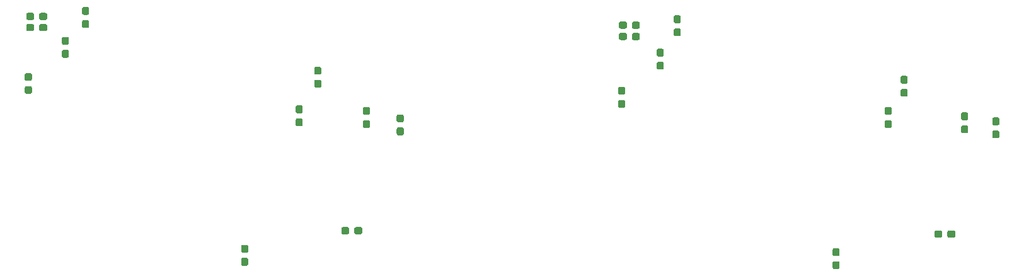
<source format=gbp>
G04 #@! TF.GenerationSoftware,KiCad,Pcbnew,(5.1.4)-1*
G04 #@! TF.CreationDate,2020-01-15T13:51:39-05:00*
G04 #@! TF.ProjectId,AAMB,41414d42-2e6b-4696-9361-645f70636258,rev?*
G04 #@! TF.SameCoordinates,Original*
G04 #@! TF.FileFunction,Paste,Bot*
G04 #@! TF.FilePolarity,Positive*
%FSLAX46Y46*%
G04 Gerber Fmt 4.6, Leading zero omitted, Abs format (unit mm)*
G04 Created by KiCad (PCBNEW (5.1.4)-1) date 2020-01-15 13:51:39*
%MOMM*%
%LPD*%
G04 APERTURE LIST*
%ADD10C,0.100000*%
%ADD11C,0.950000*%
G04 APERTURE END LIST*
D10*
G36*
X232706779Y-74964144D02*
G01*
X232729834Y-74967563D01*
X232752443Y-74973227D01*
X232774387Y-74981079D01*
X232795457Y-74991044D01*
X232815448Y-75003026D01*
X232834168Y-75016910D01*
X232851438Y-75032562D01*
X232867090Y-75049832D01*
X232880974Y-75068552D01*
X232892956Y-75088543D01*
X232902921Y-75109613D01*
X232910773Y-75131557D01*
X232916437Y-75154166D01*
X232919856Y-75177221D01*
X232921000Y-75200500D01*
X232921000Y-75675500D01*
X232919856Y-75698779D01*
X232916437Y-75721834D01*
X232910773Y-75744443D01*
X232902921Y-75766387D01*
X232892956Y-75787457D01*
X232880974Y-75807448D01*
X232867090Y-75826168D01*
X232851438Y-75843438D01*
X232834168Y-75859090D01*
X232815448Y-75872974D01*
X232795457Y-75884956D01*
X232774387Y-75894921D01*
X232752443Y-75902773D01*
X232729834Y-75908437D01*
X232706779Y-75911856D01*
X232683500Y-75913000D01*
X232108500Y-75913000D01*
X232085221Y-75911856D01*
X232062166Y-75908437D01*
X232039557Y-75902773D01*
X232017613Y-75894921D01*
X231996543Y-75884956D01*
X231976552Y-75872974D01*
X231957832Y-75859090D01*
X231940562Y-75843438D01*
X231924910Y-75826168D01*
X231911026Y-75807448D01*
X231899044Y-75787457D01*
X231889079Y-75766387D01*
X231881227Y-75744443D01*
X231875563Y-75721834D01*
X231872144Y-75698779D01*
X231871000Y-75675500D01*
X231871000Y-75200500D01*
X231872144Y-75177221D01*
X231875563Y-75154166D01*
X231881227Y-75131557D01*
X231889079Y-75109613D01*
X231899044Y-75088543D01*
X231911026Y-75068552D01*
X231924910Y-75049832D01*
X231940562Y-75032562D01*
X231957832Y-75016910D01*
X231976552Y-75003026D01*
X231996543Y-74991044D01*
X232017613Y-74981079D01*
X232039557Y-74973227D01*
X232062166Y-74967563D01*
X232085221Y-74964144D01*
X232108500Y-74963000D01*
X232683500Y-74963000D01*
X232706779Y-74964144D01*
X232706779Y-74964144D01*
G37*
D11*
X232396000Y-75438000D03*
D10*
G36*
X230956779Y-74964144D02*
G01*
X230979834Y-74967563D01*
X231002443Y-74973227D01*
X231024387Y-74981079D01*
X231045457Y-74991044D01*
X231065448Y-75003026D01*
X231084168Y-75016910D01*
X231101438Y-75032562D01*
X231117090Y-75049832D01*
X231130974Y-75068552D01*
X231142956Y-75088543D01*
X231152921Y-75109613D01*
X231160773Y-75131557D01*
X231166437Y-75154166D01*
X231169856Y-75177221D01*
X231171000Y-75200500D01*
X231171000Y-75675500D01*
X231169856Y-75698779D01*
X231166437Y-75721834D01*
X231160773Y-75744443D01*
X231152921Y-75766387D01*
X231142956Y-75787457D01*
X231130974Y-75807448D01*
X231117090Y-75826168D01*
X231101438Y-75843438D01*
X231084168Y-75859090D01*
X231065448Y-75872974D01*
X231045457Y-75884956D01*
X231024387Y-75894921D01*
X231002443Y-75902773D01*
X230979834Y-75908437D01*
X230956779Y-75911856D01*
X230933500Y-75913000D01*
X230358500Y-75913000D01*
X230335221Y-75911856D01*
X230312166Y-75908437D01*
X230289557Y-75902773D01*
X230267613Y-75894921D01*
X230246543Y-75884956D01*
X230226552Y-75872974D01*
X230207832Y-75859090D01*
X230190562Y-75843438D01*
X230174910Y-75826168D01*
X230161026Y-75807448D01*
X230149044Y-75787457D01*
X230139079Y-75766387D01*
X230131227Y-75744443D01*
X230125563Y-75721834D01*
X230122144Y-75698779D01*
X230121000Y-75675500D01*
X230121000Y-75200500D01*
X230122144Y-75177221D01*
X230125563Y-75154166D01*
X230131227Y-75131557D01*
X230139079Y-75109613D01*
X230149044Y-75088543D01*
X230161026Y-75068552D01*
X230174910Y-75049832D01*
X230190562Y-75032562D01*
X230207832Y-75016910D01*
X230226552Y-75003026D01*
X230246543Y-74991044D01*
X230267613Y-74981079D01*
X230289557Y-74973227D01*
X230312166Y-74967563D01*
X230335221Y-74964144D01*
X230358500Y-74963000D01*
X230933500Y-74963000D01*
X230956779Y-74964144D01*
X230956779Y-74964144D01*
G37*
D11*
X230646000Y-75438000D03*
D10*
G36*
X226320779Y-54184144D02*
G01*
X226343834Y-54187563D01*
X226366443Y-54193227D01*
X226388387Y-54201079D01*
X226409457Y-54211044D01*
X226429448Y-54223026D01*
X226448168Y-54236910D01*
X226465438Y-54252562D01*
X226481090Y-54269832D01*
X226494974Y-54288552D01*
X226506956Y-54308543D01*
X226516921Y-54329613D01*
X226524773Y-54351557D01*
X226530437Y-54374166D01*
X226533856Y-54397221D01*
X226535000Y-54420500D01*
X226535000Y-54995500D01*
X226533856Y-55018779D01*
X226530437Y-55041834D01*
X226524773Y-55064443D01*
X226516921Y-55086387D01*
X226506956Y-55107457D01*
X226494974Y-55127448D01*
X226481090Y-55146168D01*
X226465438Y-55163438D01*
X226448168Y-55179090D01*
X226429448Y-55192974D01*
X226409457Y-55204956D01*
X226388387Y-55214921D01*
X226366443Y-55222773D01*
X226343834Y-55228437D01*
X226320779Y-55231856D01*
X226297500Y-55233000D01*
X225822500Y-55233000D01*
X225799221Y-55231856D01*
X225776166Y-55228437D01*
X225753557Y-55222773D01*
X225731613Y-55214921D01*
X225710543Y-55204956D01*
X225690552Y-55192974D01*
X225671832Y-55179090D01*
X225654562Y-55163438D01*
X225638910Y-55146168D01*
X225625026Y-55127448D01*
X225613044Y-55107457D01*
X225603079Y-55086387D01*
X225595227Y-55064443D01*
X225589563Y-55041834D01*
X225586144Y-55018779D01*
X225585000Y-54995500D01*
X225585000Y-54420500D01*
X225586144Y-54397221D01*
X225589563Y-54374166D01*
X225595227Y-54351557D01*
X225603079Y-54329613D01*
X225613044Y-54308543D01*
X225625026Y-54288552D01*
X225638910Y-54269832D01*
X225654562Y-54252562D01*
X225671832Y-54236910D01*
X225690552Y-54223026D01*
X225710543Y-54211044D01*
X225731613Y-54201079D01*
X225753557Y-54193227D01*
X225776166Y-54187563D01*
X225799221Y-54184144D01*
X225822500Y-54183000D01*
X226297500Y-54183000D01*
X226320779Y-54184144D01*
X226320779Y-54184144D01*
G37*
D11*
X226060000Y-54708000D03*
D10*
G36*
X226320779Y-55934144D02*
G01*
X226343834Y-55937563D01*
X226366443Y-55943227D01*
X226388387Y-55951079D01*
X226409457Y-55961044D01*
X226429448Y-55973026D01*
X226448168Y-55986910D01*
X226465438Y-56002562D01*
X226481090Y-56019832D01*
X226494974Y-56038552D01*
X226506956Y-56058543D01*
X226516921Y-56079613D01*
X226524773Y-56101557D01*
X226530437Y-56124166D01*
X226533856Y-56147221D01*
X226535000Y-56170500D01*
X226535000Y-56745500D01*
X226533856Y-56768779D01*
X226530437Y-56791834D01*
X226524773Y-56814443D01*
X226516921Y-56836387D01*
X226506956Y-56857457D01*
X226494974Y-56877448D01*
X226481090Y-56896168D01*
X226465438Y-56913438D01*
X226448168Y-56929090D01*
X226429448Y-56942974D01*
X226409457Y-56954956D01*
X226388387Y-56964921D01*
X226366443Y-56972773D01*
X226343834Y-56978437D01*
X226320779Y-56981856D01*
X226297500Y-56983000D01*
X225822500Y-56983000D01*
X225799221Y-56981856D01*
X225776166Y-56978437D01*
X225753557Y-56972773D01*
X225731613Y-56964921D01*
X225710543Y-56954956D01*
X225690552Y-56942974D01*
X225671832Y-56929090D01*
X225654562Y-56913438D01*
X225638910Y-56896168D01*
X225625026Y-56877448D01*
X225613044Y-56857457D01*
X225603079Y-56836387D01*
X225595227Y-56814443D01*
X225589563Y-56791834D01*
X225586144Y-56768779D01*
X225585000Y-56745500D01*
X225585000Y-56170500D01*
X225586144Y-56147221D01*
X225589563Y-56124166D01*
X225595227Y-56101557D01*
X225603079Y-56079613D01*
X225613044Y-56058543D01*
X225625026Y-56038552D01*
X225638910Y-56019832D01*
X225654562Y-56002562D01*
X225671832Y-55986910D01*
X225690552Y-55973026D01*
X225710543Y-55961044D01*
X225731613Y-55951079D01*
X225753557Y-55943227D01*
X225776166Y-55937563D01*
X225799221Y-55934144D01*
X225822500Y-55933000D01*
X226297500Y-55933000D01*
X226320779Y-55934144D01*
X226320779Y-55934144D01*
G37*
D11*
X226060000Y-56458000D03*
D10*
G36*
X188581779Y-46897144D02*
G01*
X188604834Y-46900563D01*
X188627443Y-46906227D01*
X188649387Y-46914079D01*
X188670457Y-46924044D01*
X188690448Y-46936026D01*
X188709168Y-46949910D01*
X188726438Y-46965562D01*
X188742090Y-46982832D01*
X188755974Y-47001552D01*
X188767956Y-47021543D01*
X188777921Y-47042613D01*
X188785773Y-47064557D01*
X188791437Y-47087166D01*
X188794856Y-47110221D01*
X188796000Y-47133500D01*
X188796000Y-47608500D01*
X188794856Y-47631779D01*
X188791437Y-47654834D01*
X188785773Y-47677443D01*
X188777921Y-47699387D01*
X188767956Y-47720457D01*
X188755974Y-47740448D01*
X188742090Y-47759168D01*
X188726438Y-47776438D01*
X188709168Y-47792090D01*
X188690448Y-47805974D01*
X188670457Y-47817956D01*
X188649387Y-47827921D01*
X188627443Y-47835773D01*
X188604834Y-47841437D01*
X188581779Y-47844856D01*
X188558500Y-47846000D01*
X187983500Y-47846000D01*
X187960221Y-47844856D01*
X187937166Y-47841437D01*
X187914557Y-47835773D01*
X187892613Y-47827921D01*
X187871543Y-47817956D01*
X187851552Y-47805974D01*
X187832832Y-47792090D01*
X187815562Y-47776438D01*
X187799910Y-47759168D01*
X187786026Y-47740448D01*
X187774044Y-47720457D01*
X187764079Y-47699387D01*
X187756227Y-47677443D01*
X187750563Y-47654834D01*
X187747144Y-47631779D01*
X187746000Y-47608500D01*
X187746000Y-47133500D01*
X187747144Y-47110221D01*
X187750563Y-47087166D01*
X187756227Y-47064557D01*
X187764079Y-47042613D01*
X187774044Y-47021543D01*
X187786026Y-47001552D01*
X187799910Y-46982832D01*
X187815562Y-46965562D01*
X187832832Y-46949910D01*
X187851552Y-46936026D01*
X187871543Y-46924044D01*
X187892613Y-46914079D01*
X187914557Y-46906227D01*
X187937166Y-46900563D01*
X187960221Y-46897144D01*
X187983500Y-46896000D01*
X188558500Y-46896000D01*
X188581779Y-46897144D01*
X188581779Y-46897144D01*
G37*
D11*
X188271000Y-47371000D03*
D10*
G36*
X190331779Y-46897144D02*
G01*
X190354834Y-46900563D01*
X190377443Y-46906227D01*
X190399387Y-46914079D01*
X190420457Y-46924044D01*
X190440448Y-46936026D01*
X190459168Y-46949910D01*
X190476438Y-46965562D01*
X190492090Y-46982832D01*
X190505974Y-47001552D01*
X190517956Y-47021543D01*
X190527921Y-47042613D01*
X190535773Y-47064557D01*
X190541437Y-47087166D01*
X190544856Y-47110221D01*
X190546000Y-47133500D01*
X190546000Y-47608500D01*
X190544856Y-47631779D01*
X190541437Y-47654834D01*
X190535773Y-47677443D01*
X190527921Y-47699387D01*
X190517956Y-47720457D01*
X190505974Y-47740448D01*
X190492090Y-47759168D01*
X190476438Y-47776438D01*
X190459168Y-47792090D01*
X190440448Y-47805974D01*
X190420457Y-47817956D01*
X190399387Y-47827921D01*
X190377443Y-47835773D01*
X190354834Y-47841437D01*
X190331779Y-47844856D01*
X190308500Y-47846000D01*
X189733500Y-47846000D01*
X189710221Y-47844856D01*
X189687166Y-47841437D01*
X189664557Y-47835773D01*
X189642613Y-47827921D01*
X189621543Y-47817956D01*
X189601552Y-47805974D01*
X189582832Y-47792090D01*
X189565562Y-47776438D01*
X189549910Y-47759168D01*
X189536026Y-47740448D01*
X189524044Y-47720457D01*
X189514079Y-47699387D01*
X189506227Y-47677443D01*
X189500563Y-47654834D01*
X189497144Y-47631779D01*
X189496000Y-47608500D01*
X189496000Y-47133500D01*
X189497144Y-47110221D01*
X189500563Y-47087166D01*
X189506227Y-47064557D01*
X189514079Y-47042613D01*
X189524044Y-47021543D01*
X189536026Y-47001552D01*
X189549910Y-46982832D01*
X189565562Y-46965562D01*
X189582832Y-46949910D01*
X189601552Y-46936026D01*
X189621543Y-46924044D01*
X189642613Y-46914079D01*
X189664557Y-46906227D01*
X189687166Y-46900563D01*
X189710221Y-46897144D01*
X189733500Y-46896000D01*
X190308500Y-46896000D01*
X190331779Y-46897144D01*
X190331779Y-46897144D01*
G37*
D11*
X190021000Y-47371000D03*
D10*
G36*
X188581779Y-48421144D02*
G01*
X188604834Y-48424563D01*
X188627443Y-48430227D01*
X188649387Y-48438079D01*
X188670457Y-48448044D01*
X188690448Y-48460026D01*
X188709168Y-48473910D01*
X188726438Y-48489562D01*
X188742090Y-48506832D01*
X188755974Y-48525552D01*
X188767956Y-48545543D01*
X188777921Y-48566613D01*
X188785773Y-48588557D01*
X188791437Y-48611166D01*
X188794856Y-48634221D01*
X188796000Y-48657500D01*
X188796000Y-49132500D01*
X188794856Y-49155779D01*
X188791437Y-49178834D01*
X188785773Y-49201443D01*
X188777921Y-49223387D01*
X188767956Y-49244457D01*
X188755974Y-49264448D01*
X188742090Y-49283168D01*
X188726438Y-49300438D01*
X188709168Y-49316090D01*
X188690448Y-49329974D01*
X188670457Y-49341956D01*
X188649387Y-49351921D01*
X188627443Y-49359773D01*
X188604834Y-49365437D01*
X188581779Y-49368856D01*
X188558500Y-49370000D01*
X187983500Y-49370000D01*
X187960221Y-49368856D01*
X187937166Y-49365437D01*
X187914557Y-49359773D01*
X187892613Y-49351921D01*
X187871543Y-49341956D01*
X187851552Y-49329974D01*
X187832832Y-49316090D01*
X187815562Y-49300438D01*
X187799910Y-49283168D01*
X187786026Y-49264448D01*
X187774044Y-49244457D01*
X187764079Y-49223387D01*
X187756227Y-49201443D01*
X187750563Y-49178834D01*
X187747144Y-49155779D01*
X187746000Y-49132500D01*
X187746000Y-48657500D01*
X187747144Y-48634221D01*
X187750563Y-48611166D01*
X187756227Y-48588557D01*
X187764079Y-48566613D01*
X187774044Y-48545543D01*
X187786026Y-48525552D01*
X187799910Y-48506832D01*
X187815562Y-48489562D01*
X187832832Y-48473910D01*
X187851552Y-48460026D01*
X187871543Y-48448044D01*
X187892613Y-48438079D01*
X187914557Y-48430227D01*
X187937166Y-48424563D01*
X187960221Y-48421144D01*
X187983500Y-48420000D01*
X188558500Y-48420000D01*
X188581779Y-48421144D01*
X188581779Y-48421144D01*
G37*
D11*
X188271000Y-48895000D03*
D10*
G36*
X190331779Y-48421144D02*
G01*
X190354834Y-48424563D01*
X190377443Y-48430227D01*
X190399387Y-48438079D01*
X190420457Y-48448044D01*
X190440448Y-48460026D01*
X190459168Y-48473910D01*
X190476438Y-48489562D01*
X190492090Y-48506832D01*
X190505974Y-48525552D01*
X190517956Y-48545543D01*
X190527921Y-48566613D01*
X190535773Y-48588557D01*
X190541437Y-48611166D01*
X190544856Y-48634221D01*
X190546000Y-48657500D01*
X190546000Y-49132500D01*
X190544856Y-49155779D01*
X190541437Y-49178834D01*
X190535773Y-49201443D01*
X190527921Y-49223387D01*
X190517956Y-49244457D01*
X190505974Y-49264448D01*
X190492090Y-49283168D01*
X190476438Y-49300438D01*
X190459168Y-49316090D01*
X190440448Y-49329974D01*
X190420457Y-49341956D01*
X190399387Y-49351921D01*
X190377443Y-49359773D01*
X190354834Y-49365437D01*
X190331779Y-49368856D01*
X190308500Y-49370000D01*
X189733500Y-49370000D01*
X189710221Y-49368856D01*
X189687166Y-49365437D01*
X189664557Y-49359773D01*
X189642613Y-49351921D01*
X189621543Y-49341956D01*
X189601552Y-49329974D01*
X189582832Y-49316090D01*
X189565562Y-49300438D01*
X189549910Y-49283168D01*
X189536026Y-49264448D01*
X189524044Y-49244457D01*
X189514079Y-49223387D01*
X189506227Y-49201443D01*
X189500563Y-49178834D01*
X189497144Y-49155779D01*
X189496000Y-49132500D01*
X189496000Y-48657500D01*
X189497144Y-48634221D01*
X189500563Y-48611166D01*
X189506227Y-48588557D01*
X189514079Y-48566613D01*
X189524044Y-48545543D01*
X189536026Y-48525552D01*
X189549910Y-48506832D01*
X189565562Y-48489562D01*
X189582832Y-48473910D01*
X189601552Y-48460026D01*
X189621543Y-48448044D01*
X189642613Y-48438079D01*
X189664557Y-48430227D01*
X189687166Y-48424563D01*
X189710221Y-48421144D01*
X189733500Y-48420000D01*
X190308500Y-48420000D01*
X190331779Y-48421144D01*
X190331779Y-48421144D01*
G37*
D11*
X190021000Y-48895000D03*
D10*
G36*
X195840779Y-46056144D02*
G01*
X195863834Y-46059563D01*
X195886443Y-46065227D01*
X195908387Y-46073079D01*
X195929457Y-46083044D01*
X195949448Y-46095026D01*
X195968168Y-46108910D01*
X195985438Y-46124562D01*
X196001090Y-46141832D01*
X196014974Y-46160552D01*
X196026956Y-46180543D01*
X196036921Y-46201613D01*
X196044773Y-46223557D01*
X196050437Y-46246166D01*
X196053856Y-46269221D01*
X196055000Y-46292500D01*
X196055000Y-46867500D01*
X196053856Y-46890779D01*
X196050437Y-46913834D01*
X196044773Y-46936443D01*
X196036921Y-46958387D01*
X196026956Y-46979457D01*
X196014974Y-46999448D01*
X196001090Y-47018168D01*
X195985438Y-47035438D01*
X195968168Y-47051090D01*
X195949448Y-47064974D01*
X195929457Y-47076956D01*
X195908387Y-47086921D01*
X195886443Y-47094773D01*
X195863834Y-47100437D01*
X195840779Y-47103856D01*
X195817500Y-47105000D01*
X195342500Y-47105000D01*
X195319221Y-47103856D01*
X195296166Y-47100437D01*
X195273557Y-47094773D01*
X195251613Y-47086921D01*
X195230543Y-47076956D01*
X195210552Y-47064974D01*
X195191832Y-47051090D01*
X195174562Y-47035438D01*
X195158910Y-47018168D01*
X195145026Y-46999448D01*
X195133044Y-46979457D01*
X195123079Y-46958387D01*
X195115227Y-46936443D01*
X195109563Y-46913834D01*
X195106144Y-46890779D01*
X195105000Y-46867500D01*
X195105000Y-46292500D01*
X195106144Y-46269221D01*
X195109563Y-46246166D01*
X195115227Y-46223557D01*
X195123079Y-46201613D01*
X195133044Y-46180543D01*
X195145026Y-46160552D01*
X195158910Y-46141832D01*
X195174562Y-46124562D01*
X195191832Y-46108910D01*
X195210552Y-46095026D01*
X195230543Y-46083044D01*
X195251613Y-46073079D01*
X195273557Y-46065227D01*
X195296166Y-46059563D01*
X195319221Y-46056144D01*
X195342500Y-46055000D01*
X195817500Y-46055000D01*
X195840779Y-46056144D01*
X195840779Y-46056144D01*
G37*
D11*
X195580000Y-46580000D03*
D10*
G36*
X195840779Y-47806144D02*
G01*
X195863834Y-47809563D01*
X195886443Y-47815227D01*
X195908387Y-47823079D01*
X195929457Y-47833044D01*
X195949448Y-47845026D01*
X195968168Y-47858910D01*
X195985438Y-47874562D01*
X196001090Y-47891832D01*
X196014974Y-47910552D01*
X196026956Y-47930543D01*
X196036921Y-47951613D01*
X196044773Y-47973557D01*
X196050437Y-47996166D01*
X196053856Y-48019221D01*
X196055000Y-48042500D01*
X196055000Y-48617500D01*
X196053856Y-48640779D01*
X196050437Y-48663834D01*
X196044773Y-48686443D01*
X196036921Y-48708387D01*
X196026956Y-48729457D01*
X196014974Y-48749448D01*
X196001090Y-48768168D01*
X195985438Y-48785438D01*
X195968168Y-48801090D01*
X195949448Y-48814974D01*
X195929457Y-48826956D01*
X195908387Y-48836921D01*
X195886443Y-48844773D01*
X195863834Y-48850437D01*
X195840779Y-48853856D01*
X195817500Y-48855000D01*
X195342500Y-48855000D01*
X195319221Y-48853856D01*
X195296166Y-48850437D01*
X195273557Y-48844773D01*
X195251613Y-48836921D01*
X195230543Y-48826956D01*
X195210552Y-48814974D01*
X195191832Y-48801090D01*
X195174562Y-48785438D01*
X195158910Y-48768168D01*
X195145026Y-48749448D01*
X195133044Y-48729457D01*
X195123079Y-48708387D01*
X195115227Y-48686443D01*
X195109563Y-48663834D01*
X195106144Y-48640779D01*
X195105000Y-48617500D01*
X195105000Y-48042500D01*
X195106144Y-48019221D01*
X195109563Y-47996166D01*
X195115227Y-47973557D01*
X195123079Y-47951613D01*
X195133044Y-47930543D01*
X195145026Y-47910552D01*
X195158910Y-47891832D01*
X195174562Y-47874562D01*
X195191832Y-47858910D01*
X195210552Y-47845026D01*
X195230543Y-47833044D01*
X195251613Y-47823079D01*
X195273557Y-47815227D01*
X195296166Y-47809563D01*
X195319221Y-47806144D01*
X195342500Y-47805000D01*
X195817500Y-47805000D01*
X195840779Y-47806144D01*
X195840779Y-47806144D01*
G37*
D11*
X195580000Y-48330000D03*
D10*
G36*
X193554779Y-52294144D02*
G01*
X193577834Y-52297563D01*
X193600443Y-52303227D01*
X193622387Y-52311079D01*
X193643457Y-52321044D01*
X193663448Y-52333026D01*
X193682168Y-52346910D01*
X193699438Y-52362562D01*
X193715090Y-52379832D01*
X193728974Y-52398552D01*
X193740956Y-52418543D01*
X193750921Y-52439613D01*
X193758773Y-52461557D01*
X193764437Y-52484166D01*
X193767856Y-52507221D01*
X193769000Y-52530500D01*
X193769000Y-53105500D01*
X193767856Y-53128779D01*
X193764437Y-53151834D01*
X193758773Y-53174443D01*
X193750921Y-53196387D01*
X193740956Y-53217457D01*
X193728974Y-53237448D01*
X193715090Y-53256168D01*
X193699438Y-53273438D01*
X193682168Y-53289090D01*
X193663448Y-53302974D01*
X193643457Y-53314956D01*
X193622387Y-53324921D01*
X193600443Y-53332773D01*
X193577834Y-53338437D01*
X193554779Y-53341856D01*
X193531500Y-53343000D01*
X193056500Y-53343000D01*
X193033221Y-53341856D01*
X193010166Y-53338437D01*
X192987557Y-53332773D01*
X192965613Y-53324921D01*
X192944543Y-53314956D01*
X192924552Y-53302974D01*
X192905832Y-53289090D01*
X192888562Y-53273438D01*
X192872910Y-53256168D01*
X192859026Y-53237448D01*
X192847044Y-53217457D01*
X192837079Y-53196387D01*
X192829227Y-53174443D01*
X192823563Y-53151834D01*
X192820144Y-53128779D01*
X192819000Y-53105500D01*
X192819000Y-52530500D01*
X192820144Y-52507221D01*
X192823563Y-52484166D01*
X192829227Y-52461557D01*
X192837079Y-52439613D01*
X192847044Y-52418543D01*
X192859026Y-52398552D01*
X192872910Y-52379832D01*
X192888562Y-52362562D01*
X192905832Y-52346910D01*
X192924552Y-52333026D01*
X192944543Y-52321044D01*
X192965613Y-52311079D01*
X192987557Y-52303227D01*
X193010166Y-52297563D01*
X193033221Y-52294144D01*
X193056500Y-52293000D01*
X193531500Y-52293000D01*
X193554779Y-52294144D01*
X193554779Y-52294144D01*
G37*
D11*
X193294000Y-52818000D03*
D10*
G36*
X193554779Y-50544144D02*
G01*
X193577834Y-50547563D01*
X193600443Y-50553227D01*
X193622387Y-50561079D01*
X193643457Y-50571044D01*
X193663448Y-50583026D01*
X193682168Y-50596910D01*
X193699438Y-50612562D01*
X193715090Y-50629832D01*
X193728974Y-50648552D01*
X193740956Y-50668543D01*
X193750921Y-50689613D01*
X193758773Y-50711557D01*
X193764437Y-50734166D01*
X193767856Y-50757221D01*
X193769000Y-50780500D01*
X193769000Y-51355500D01*
X193767856Y-51378779D01*
X193764437Y-51401834D01*
X193758773Y-51424443D01*
X193750921Y-51446387D01*
X193740956Y-51467457D01*
X193728974Y-51487448D01*
X193715090Y-51506168D01*
X193699438Y-51523438D01*
X193682168Y-51539090D01*
X193663448Y-51552974D01*
X193643457Y-51564956D01*
X193622387Y-51574921D01*
X193600443Y-51582773D01*
X193577834Y-51588437D01*
X193554779Y-51591856D01*
X193531500Y-51593000D01*
X193056500Y-51593000D01*
X193033221Y-51591856D01*
X193010166Y-51588437D01*
X192987557Y-51582773D01*
X192965613Y-51574921D01*
X192944543Y-51564956D01*
X192924552Y-51552974D01*
X192905832Y-51539090D01*
X192888562Y-51523438D01*
X192872910Y-51506168D01*
X192859026Y-51487448D01*
X192847044Y-51467457D01*
X192837079Y-51446387D01*
X192829227Y-51424443D01*
X192823563Y-51401834D01*
X192820144Y-51378779D01*
X192819000Y-51355500D01*
X192819000Y-50780500D01*
X192820144Y-50757221D01*
X192823563Y-50734166D01*
X192829227Y-50711557D01*
X192837079Y-50689613D01*
X192847044Y-50668543D01*
X192859026Y-50648552D01*
X192872910Y-50629832D01*
X192888562Y-50612562D01*
X192905832Y-50596910D01*
X192924552Y-50583026D01*
X192944543Y-50571044D01*
X192965613Y-50561079D01*
X192987557Y-50553227D01*
X193010166Y-50547563D01*
X193033221Y-50544144D01*
X193056500Y-50543000D01*
X193531500Y-50543000D01*
X193554779Y-50544144D01*
X193554779Y-50544144D01*
G37*
D11*
X193294000Y-51068000D03*
D10*
G36*
X188347779Y-55667144D02*
G01*
X188370834Y-55670563D01*
X188393443Y-55676227D01*
X188415387Y-55684079D01*
X188436457Y-55694044D01*
X188456448Y-55706026D01*
X188475168Y-55719910D01*
X188492438Y-55735562D01*
X188508090Y-55752832D01*
X188521974Y-55771552D01*
X188533956Y-55791543D01*
X188543921Y-55812613D01*
X188551773Y-55834557D01*
X188557437Y-55857166D01*
X188560856Y-55880221D01*
X188562000Y-55903500D01*
X188562000Y-56478500D01*
X188560856Y-56501779D01*
X188557437Y-56524834D01*
X188551773Y-56547443D01*
X188543921Y-56569387D01*
X188533956Y-56590457D01*
X188521974Y-56610448D01*
X188508090Y-56629168D01*
X188492438Y-56646438D01*
X188475168Y-56662090D01*
X188456448Y-56675974D01*
X188436457Y-56687956D01*
X188415387Y-56697921D01*
X188393443Y-56705773D01*
X188370834Y-56711437D01*
X188347779Y-56714856D01*
X188324500Y-56716000D01*
X187849500Y-56716000D01*
X187826221Y-56714856D01*
X187803166Y-56711437D01*
X187780557Y-56705773D01*
X187758613Y-56697921D01*
X187737543Y-56687956D01*
X187717552Y-56675974D01*
X187698832Y-56662090D01*
X187681562Y-56646438D01*
X187665910Y-56629168D01*
X187652026Y-56610448D01*
X187640044Y-56590457D01*
X187630079Y-56569387D01*
X187622227Y-56547443D01*
X187616563Y-56524834D01*
X187613144Y-56501779D01*
X187612000Y-56478500D01*
X187612000Y-55903500D01*
X187613144Y-55880221D01*
X187616563Y-55857166D01*
X187622227Y-55834557D01*
X187630079Y-55812613D01*
X187640044Y-55791543D01*
X187652026Y-55771552D01*
X187665910Y-55752832D01*
X187681562Y-55735562D01*
X187698832Y-55719910D01*
X187717552Y-55706026D01*
X187737543Y-55694044D01*
X187758613Y-55684079D01*
X187780557Y-55676227D01*
X187803166Y-55670563D01*
X187826221Y-55667144D01*
X187849500Y-55666000D01*
X188324500Y-55666000D01*
X188347779Y-55667144D01*
X188347779Y-55667144D01*
G37*
D11*
X188087000Y-56191000D03*
D10*
G36*
X188347779Y-57417144D02*
G01*
X188370834Y-57420563D01*
X188393443Y-57426227D01*
X188415387Y-57434079D01*
X188436457Y-57444044D01*
X188456448Y-57456026D01*
X188475168Y-57469910D01*
X188492438Y-57485562D01*
X188508090Y-57502832D01*
X188521974Y-57521552D01*
X188533956Y-57541543D01*
X188543921Y-57562613D01*
X188551773Y-57584557D01*
X188557437Y-57607166D01*
X188560856Y-57630221D01*
X188562000Y-57653500D01*
X188562000Y-58228500D01*
X188560856Y-58251779D01*
X188557437Y-58274834D01*
X188551773Y-58297443D01*
X188543921Y-58319387D01*
X188533956Y-58340457D01*
X188521974Y-58360448D01*
X188508090Y-58379168D01*
X188492438Y-58396438D01*
X188475168Y-58412090D01*
X188456448Y-58425974D01*
X188436457Y-58437956D01*
X188415387Y-58447921D01*
X188393443Y-58455773D01*
X188370834Y-58461437D01*
X188347779Y-58464856D01*
X188324500Y-58466000D01*
X187849500Y-58466000D01*
X187826221Y-58464856D01*
X187803166Y-58461437D01*
X187780557Y-58455773D01*
X187758613Y-58447921D01*
X187737543Y-58437956D01*
X187717552Y-58425974D01*
X187698832Y-58412090D01*
X187681562Y-58396438D01*
X187665910Y-58379168D01*
X187652026Y-58360448D01*
X187640044Y-58340457D01*
X187630079Y-58319387D01*
X187622227Y-58297443D01*
X187616563Y-58274834D01*
X187613144Y-58251779D01*
X187612000Y-58228500D01*
X187612000Y-57653500D01*
X187613144Y-57630221D01*
X187616563Y-57607166D01*
X187622227Y-57584557D01*
X187630079Y-57562613D01*
X187640044Y-57541543D01*
X187652026Y-57521552D01*
X187665910Y-57502832D01*
X187681562Y-57485562D01*
X187698832Y-57469910D01*
X187717552Y-57456026D01*
X187737543Y-57444044D01*
X187758613Y-57434079D01*
X187780557Y-57426227D01*
X187803166Y-57420563D01*
X187826221Y-57417144D01*
X187849500Y-57416000D01*
X188324500Y-57416000D01*
X188347779Y-57417144D01*
X188347779Y-57417144D01*
G37*
D11*
X188087000Y-57941000D03*
D10*
G36*
X234448779Y-59096144D02*
G01*
X234471834Y-59099563D01*
X234494443Y-59105227D01*
X234516387Y-59113079D01*
X234537457Y-59123044D01*
X234557448Y-59135026D01*
X234576168Y-59148910D01*
X234593438Y-59164562D01*
X234609090Y-59181832D01*
X234622974Y-59200552D01*
X234634956Y-59220543D01*
X234644921Y-59241613D01*
X234652773Y-59263557D01*
X234658437Y-59286166D01*
X234661856Y-59309221D01*
X234663000Y-59332500D01*
X234663000Y-59907500D01*
X234661856Y-59930779D01*
X234658437Y-59953834D01*
X234652773Y-59976443D01*
X234644921Y-59998387D01*
X234634956Y-60019457D01*
X234622974Y-60039448D01*
X234609090Y-60058168D01*
X234593438Y-60075438D01*
X234576168Y-60091090D01*
X234557448Y-60104974D01*
X234537457Y-60116956D01*
X234516387Y-60126921D01*
X234494443Y-60134773D01*
X234471834Y-60140437D01*
X234448779Y-60143856D01*
X234425500Y-60145000D01*
X233950500Y-60145000D01*
X233927221Y-60143856D01*
X233904166Y-60140437D01*
X233881557Y-60134773D01*
X233859613Y-60126921D01*
X233838543Y-60116956D01*
X233818552Y-60104974D01*
X233799832Y-60091090D01*
X233782562Y-60075438D01*
X233766910Y-60058168D01*
X233753026Y-60039448D01*
X233741044Y-60019457D01*
X233731079Y-59998387D01*
X233723227Y-59976443D01*
X233717563Y-59953834D01*
X233714144Y-59930779D01*
X233713000Y-59907500D01*
X233713000Y-59332500D01*
X233714144Y-59309221D01*
X233717563Y-59286166D01*
X233723227Y-59263557D01*
X233731079Y-59241613D01*
X233741044Y-59220543D01*
X233753026Y-59200552D01*
X233766910Y-59181832D01*
X233782562Y-59164562D01*
X233799832Y-59148910D01*
X233818552Y-59135026D01*
X233838543Y-59123044D01*
X233859613Y-59113079D01*
X233881557Y-59105227D01*
X233904166Y-59099563D01*
X233927221Y-59096144D01*
X233950500Y-59095000D01*
X234425500Y-59095000D01*
X234448779Y-59096144D01*
X234448779Y-59096144D01*
G37*
D11*
X234188000Y-59620000D03*
D10*
G36*
X234448779Y-60846144D02*
G01*
X234471834Y-60849563D01*
X234494443Y-60855227D01*
X234516387Y-60863079D01*
X234537457Y-60873044D01*
X234557448Y-60885026D01*
X234576168Y-60898910D01*
X234593438Y-60914562D01*
X234609090Y-60931832D01*
X234622974Y-60950552D01*
X234634956Y-60970543D01*
X234644921Y-60991613D01*
X234652773Y-61013557D01*
X234658437Y-61036166D01*
X234661856Y-61059221D01*
X234663000Y-61082500D01*
X234663000Y-61657500D01*
X234661856Y-61680779D01*
X234658437Y-61703834D01*
X234652773Y-61726443D01*
X234644921Y-61748387D01*
X234634956Y-61769457D01*
X234622974Y-61789448D01*
X234609090Y-61808168D01*
X234593438Y-61825438D01*
X234576168Y-61841090D01*
X234557448Y-61854974D01*
X234537457Y-61866956D01*
X234516387Y-61876921D01*
X234494443Y-61884773D01*
X234471834Y-61890437D01*
X234448779Y-61893856D01*
X234425500Y-61895000D01*
X233950500Y-61895000D01*
X233927221Y-61893856D01*
X233904166Y-61890437D01*
X233881557Y-61884773D01*
X233859613Y-61876921D01*
X233838543Y-61866956D01*
X233818552Y-61854974D01*
X233799832Y-61841090D01*
X233782562Y-61825438D01*
X233766910Y-61808168D01*
X233753026Y-61789448D01*
X233741044Y-61769457D01*
X233731079Y-61748387D01*
X233723227Y-61726443D01*
X233717563Y-61703834D01*
X233714144Y-61680779D01*
X233713000Y-61657500D01*
X233713000Y-61082500D01*
X233714144Y-61059221D01*
X233717563Y-61036166D01*
X233723227Y-61013557D01*
X233731079Y-60991613D01*
X233741044Y-60970543D01*
X233753026Y-60950552D01*
X233766910Y-60931832D01*
X233782562Y-60914562D01*
X233799832Y-60898910D01*
X233818552Y-60885026D01*
X233838543Y-60873044D01*
X233859613Y-60863079D01*
X233881557Y-60855227D01*
X233904166Y-60849563D01*
X233927221Y-60846144D01*
X233950500Y-60845000D01*
X234425500Y-60845000D01*
X234448779Y-60846144D01*
X234448779Y-60846144D01*
G37*
D11*
X234188000Y-61370000D03*
D10*
G36*
X217176779Y-77341144D02*
G01*
X217199834Y-77344563D01*
X217222443Y-77350227D01*
X217244387Y-77358079D01*
X217265457Y-77368044D01*
X217285448Y-77380026D01*
X217304168Y-77393910D01*
X217321438Y-77409562D01*
X217337090Y-77426832D01*
X217350974Y-77445552D01*
X217362956Y-77465543D01*
X217372921Y-77486613D01*
X217380773Y-77508557D01*
X217386437Y-77531166D01*
X217389856Y-77554221D01*
X217391000Y-77577500D01*
X217391000Y-78152500D01*
X217389856Y-78175779D01*
X217386437Y-78198834D01*
X217380773Y-78221443D01*
X217372921Y-78243387D01*
X217362956Y-78264457D01*
X217350974Y-78284448D01*
X217337090Y-78303168D01*
X217321438Y-78320438D01*
X217304168Y-78336090D01*
X217285448Y-78349974D01*
X217265457Y-78361956D01*
X217244387Y-78371921D01*
X217222443Y-78379773D01*
X217199834Y-78385437D01*
X217176779Y-78388856D01*
X217153500Y-78390000D01*
X216678500Y-78390000D01*
X216655221Y-78388856D01*
X216632166Y-78385437D01*
X216609557Y-78379773D01*
X216587613Y-78371921D01*
X216566543Y-78361956D01*
X216546552Y-78349974D01*
X216527832Y-78336090D01*
X216510562Y-78320438D01*
X216494910Y-78303168D01*
X216481026Y-78284448D01*
X216469044Y-78264457D01*
X216459079Y-78243387D01*
X216451227Y-78221443D01*
X216445563Y-78198834D01*
X216442144Y-78175779D01*
X216441000Y-78152500D01*
X216441000Y-77577500D01*
X216442144Y-77554221D01*
X216445563Y-77531166D01*
X216451227Y-77508557D01*
X216459079Y-77486613D01*
X216469044Y-77465543D01*
X216481026Y-77445552D01*
X216494910Y-77426832D01*
X216510562Y-77409562D01*
X216527832Y-77393910D01*
X216546552Y-77380026D01*
X216566543Y-77368044D01*
X216587613Y-77358079D01*
X216609557Y-77350227D01*
X216632166Y-77344563D01*
X216655221Y-77341144D01*
X216678500Y-77340000D01*
X217153500Y-77340000D01*
X217176779Y-77341144D01*
X217176779Y-77341144D01*
G37*
D11*
X216916000Y-77865000D03*
D10*
G36*
X217176779Y-79091144D02*
G01*
X217199834Y-79094563D01*
X217222443Y-79100227D01*
X217244387Y-79108079D01*
X217265457Y-79118044D01*
X217285448Y-79130026D01*
X217304168Y-79143910D01*
X217321438Y-79159562D01*
X217337090Y-79176832D01*
X217350974Y-79195552D01*
X217362956Y-79215543D01*
X217372921Y-79236613D01*
X217380773Y-79258557D01*
X217386437Y-79281166D01*
X217389856Y-79304221D01*
X217391000Y-79327500D01*
X217391000Y-79902500D01*
X217389856Y-79925779D01*
X217386437Y-79948834D01*
X217380773Y-79971443D01*
X217372921Y-79993387D01*
X217362956Y-80014457D01*
X217350974Y-80034448D01*
X217337090Y-80053168D01*
X217321438Y-80070438D01*
X217304168Y-80086090D01*
X217285448Y-80099974D01*
X217265457Y-80111956D01*
X217244387Y-80121921D01*
X217222443Y-80129773D01*
X217199834Y-80135437D01*
X217176779Y-80138856D01*
X217153500Y-80140000D01*
X216678500Y-80140000D01*
X216655221Y-80138856D01*
X216632166Y-80135437D01*
X216609557Y-80129773D01*
X216587613Y-80121921D01*
X216566543Y-80111956D01*
X216546552Y-80099974D01*
X216527832Y-80086090D01*
X216510562Y-80070438D01*
X216494910Y-80053168D01*
X216481026Y-80034448D01*
X216469044Y-80014457D01*
X216459079Y-79993387D01*
X216451227Y-79971443D01*
X216445563Y-79948834D01*
X216442144Y-79925779D01*
X216441000Y-79902500D01*
X216441000Y-79327500D01*
X216442144Y-79304221D01*
X216445563Y-79281166D01*
X216451227Y-79258557D01*
X216459079Y-79236613D01*
X216469044Y-79215543D01*
X216481026Y-79195552D01*
X216494910Y-79176832D01*
X216510562Y-79159562D01*
X216527832Y-79143910D01*
X216546552Y-79130026D01*
X216566543Y-79118044D01*
X216587613Y-79108079D01*
X216609557Y-79100227D01*
X216632166Y-79094563D01*
X216655221Y-79091144D01*
X216678500Y-79090000D01*
X217153500Y-79090000D01*
X217176779Y-79091144D01*
X217176779Y-79091144D01*
G37*
D11*
X216916000Y-79615000D03*
D10*
G36*
X224161779Y-58375144D02*
G01*
X224184834Y-58378563D01*
X224207443Y-58384227D01*
X224229387Y-58392079D01*
X224250457Y-58402044D01*
X224270448Y-58414026D01*
X224289168Y-58427910D01*
X224306438Y-58443562D01*
X224322090Y-58460832D01*
X224335974Y-58479552D01*
X224347956Y-58499543D01*
X224357921Y-58520613D01*
X224365773Y-58542557D01*
X224371437Y-58565166D01*
X224374856Y-58588221D01*
X224376000Y-58611500D01*
X224376000Y-59186500D01*
X224374856Y-59209779D01*
X224371437Y-59232834D01*
X224365773Y-59255443D01*
X224357921Y-59277387D01*
X224347956Y-59298457D01*
X224335974Y-59318448D01*
X224322090Y-59337168D01*
X224306438Y-59354438D01*
X224289168Y-59370090D01*
X224270448Y-59383974D01*
X224250457Y-59395956D01*
X224229387Y-59405921D01*
X224207443Y-59413773D01*
X224184834Y-59419437D01*
X224161779Y-59422856D01*
X224138500Y-59424000D01*
X223663500Y-59424000D01*
X223640221Y-59422856D01*
X223617166Y-59419437D01*
X223594557Y-59413773D01*
X223572613Y-59405921D01*
X223551543Y-59395956D01*
X223531552Y-59383974D01*
X223512832Y-59370090D01*
X223495562Y-59354438D01*
X223479910Y-59337168D01*
X223466026Y-59318448D01*
X223454044Y-59298457D01*
X223444079Y-59277387D01*
X223436227Y-59255443D01*
X223430563Y-59232834D01*
X223427144Y-59209779D01*
X223426000Y-59186500D01*
X223426000Y-58611500D01*
X223427144Y-58588221D01*
X223430563Y-58565166D01*
X223436227Y-58542557D01*
X223444079Y-58520613D01*
X223454044Y-58499543D01*
X223466026Y-58479552D01*
X223479910Y-58460832D01*
X223495562Y-58443562D01*
X223512832Y-58427910D01*
X223531552Y-58414026D01*
X223551543Y-58402044D01*
X223572613Y-58392079D01*
X223594557Y-58384227D01*
X223617166Y-58378563D01*
X223640221Y-58375144D01*
X223663500Y-58374000D01*
X224138500Y-58374000D01*
X224161779Y-58375144D01*
X224161779Y-58375144D01*
G37*
D11*
X223901000Y-58899000D03*
D10*
G36*
X224161779Y-60125144D02*
G01*
X224184834Y-60128563D01*
X224207443Y-60134227D01*
X224229387Y-60142079D01*
X224250457Y-60152044D01*
X224270448Y-60164026D01*
X224289168Y-60177910D01*
X224306438Y-60193562D01*
X224322090Y-60210832D01*
X224335974Y-60229552D01*
X224347956Y-60249543D01*
X224357921Y-60270613D01*
X224365773Y-60292557D01*
X224371437Y-60315166D01*
X224374856Y-60338221D01*
X224376000Y-60361500D01*
X224376000Y-60936500D01*
X224374856Y-60959779D01*
X224371437Y-60982834D01*
X224365773Y-61005443D01*
X224357921Y-61027387D01*
X224347956Y-61048457D01*
X224335974Y-61068448D01*
X224322090Y-61087168D01*
X224306438Y-61104438D01*
X224289168Y-61120090D01*
X224270448Y-61133974D01*
X224250457Y-61145956D01*
X224229387Y-61155921D01*
X224207443Y-61163773D01*
X224184834Y-61169437D01*
X224161779Y-61172856D01*
X224138500Y-61174000D01*
X223663500Y-61174000D01*
X223640221Y-61172856D01*
X223617166Y-61169437D01*
X223594557Y-61163773D01*
X223572613Y-61155921D01*
X223551543Y-61145956D01*
X223531552Y-61133974D01*
X223512832Y-61120090D01*
X223495562Y-61104438D01*
X223479910Y-61087168D01*
X223466026Y-61068448D01*
X223454044Y-61048457D01*
X223444079Y-61027387D01*
X223436227Y-61005443D01*
X223430563Y-60982834D01*
X223427144Y-60959779D01*
X223426000Y-60936500D01*
X223426000Y-60361500D01*
X223427144Y-60338221D01*
X223430563Y-60315166D01*
X223436227Y-60292557D01*
X223444079Y-60270613D01*
X223454044Y-60249543D01*
X223466026Y-60229552D01*
X223479910Y-60210832D01*
X223495562Y-60193562D01*
X223512832Y-60177910D01*
X223531552Y-60164026D01*
X223551543Y-60152044D01*
X223572613Y-60142079D01*
X223594557Y-60134227D01*
X223617166Y-60128563D01*
X223640221Y-60125144D01*
X223663500Y-60124000D01*
X224138500Y-60124000D01*
X224161779Y-60125144D01*
X224161779Y-60125144D01*
G37*
D11*
X223901000Y-60649000D03*
D10*
G36*
X238639779Y-61522144D02*
G01*
X238662834Y-61525563D01*
X238685443Y-61531227D01*
X238707387Y-61539079D01*
X238728457Y-61549044D01*
X238748448Y-61561026D01*
X238767168Y-61574910D01*
X238784438Y-61590562D01*
X238800090Y-61607832D01*
X238813974Y-61626552D01*
X238825956Y-61646543D01*
X238835921Y-61667613D01*
X238843773Y-61689557D01*
X238849437Y-61712166D01*
X238852856Y-61735221D01*
X238854000Y-61758500D01*
X238854000Y-62333500D01*
X238852856Y-62356779D01*
X238849437Y-62379834D01*
X238843773Y-62402443D01*
X238835921Y-62424387D01*
X238825956Y-62445457D01*
X238813974Y-62465448D01*
X238800090Y-62484168D01*
X238784438Y-62501438D01*
X238767168Y-62517090D01*
X238748448Y-62530974D01*
X238728457Y-62542956D01*
X238707387Y-62552921D01*
X238685443Y-62560773D01*
X238662834Y-62566437D01*
X238639779Y-62569856D01*
X238616500Y-62571000D01*
X238141500Y-62571000D01*
X238118221Y-62569856D01*
X238095166Y-62566437D01*
X238072557Y-62560773D01*
X238050613Y-62552921D01*
X238029543Y-62542956D01*
X238009552Y-62530974D01*
X237990832Y-62517090D01*
X237973562Y-62501438D01*
X237957910Y-62484168D01*
X237944026Y-62465448D01*
X237932044Y-62445457D01*
X237922079Y-62424387D01*
X237914227Y-62402443D01*
X237908563Y-62379834D01*
X237905144Y-62356779D01*
X237904000Y-62333500D01*
X237904000Y-61758500D01*
X237905144Y-61735221D01*
X237908563Y-61712166D01*
X237914227Y-61689557D01*
X237922079Y-61667613D01*
X237932044Y-61646543D01*
X237944026Y-61626552D01*
X237957910Y-61607832D01*
X237973562Y-61590562D01*
X237990832Y-61574910D01*
X238009552Y-61561026D01*
X238029543Y-61549044D01*
X238050613Y-61539079D01*
X238072557Y-61531227D01*
X238095166Y-61525563D01*
X238118221Y-61522144D01*
X238141500Y-61521000D01*
X238616500Y-61521000D01*
X238639779Y-61522144D01*
X238639779Y-61522144D01*
G37*
D11*
X238379000Y-62046000D03*
D10*
G36*
X238639779Y-59772144D02*
G01*
X238662834Y-59775563D01*
X238685443Y-59781227D01*
X238707387Y-59789079D01*
X238728457Y-59799044D01*
X238748448Y-59811026D01*
X238767168Y-59824910D01*
X238784438Y-59840562D01*
X238800090Y-59857832D01*
X238813974Y-59876552D01*
X238825956Y-59896543D01*
X238835921Y-59917613D01*
X238843773Y-59939557D01*
X238849437Y-59962166D01*
X238852856Y-59985221D01*
X238854000Y-60008500D01*
X238854000Y-60583500D01*
X238852856Y-60606779D01*
X238849437Y-60629834D01*
X238843773Y-60652443D01*
X238835921Y-60674387D01*
X238825956Y-60695457D01*
X238813974Y-60715448D01*
X238800090Y-60734168D01*
X238784438Y-60751438D01*
X238767168Y-60767090D01*
X238748448Y-60780974D01*
X238728457Y-60792956D01*
X238707387Y-60802921D01*
X238685443Y-60810773D01*
X238662834Y-60816437D01*
X238639779Y-60819856D01*
X238616500Y-60821000D01*
X238141500Y-60821000D01*
X238118221Y-60819856D01*
X238095166Y-60816437D01*
X238072557Y-60810773D01*
X238050613Y-60802921D01*
X238029543Y-60792956D01*
X238009552Y-60780974D01*
X237990832Y-60767090D01*
X237973562Y-60751438D01*
X237957910Y-60734168D01*
X237944026Y-60715448D01*
X237932044Y-60695457D01*
X237922079Y-60674387D01*
X237914227Y-60652443D01*
X237908563Y-60629834D01*
X237905144Y-60606779D01*
X237904000Y-60583500D01*
X237904000Y-60008500D01*
X237905144Y-59985221D01*
X237908563Y-59962166D01*
X237914227Y-59939557D01*
X237922079Y-59917613D01*
X237932044Y-59896543D01*
X237944026Y-59876552D01*
X237957910Y-59857832D01*
X237973562Y-59840562D01*
X237990832Y-59824910D01*
X238009552Y-59811026D01*
X238029543Y-59799044D01*
X238050613Y-59789079D01*
X238072557Y-59781227D01*
X238095166Y-59775563D01*
X238118221Y-59772144D01*
X238141500Y-59771000D01*
X238616500Y-59771000D01*
X238639779Y-59772144D01*
X238639779Y-59772144D01*
G37*
D11*
X238379000Y-60296000D03*
D10*
G36*
X147520779Y-52961144D02*
G01*
X147543834Y-52964563D01*
X147566443Y-52970227D01*
X147588387Y-52978079D01*
X147609457Y-52988044D01*
X147629448Y-53000026D01*
X147648168Y-53013910D01*
X147665438Y-53029562D01*
X147681090Y-53046832D01*
X147694974Y-53065552D01*
X147706956Y-53085543D01*
X147716921Y-53106613D01*
X147724773Y-53128557D01*
X147730437Y-53151166D01*
X147733856Y-53174221D01*
X147735000Y-53197500D01*
X147735000Y-53772500D01*
X147733856Y-53795779D01*
X147730437Y-53818834D01*
X147724773Y-53841443D01*
X147716921Y-53863387D01*
X147706956Y-53884457D01*
X147694974Y-53904448D01*
X147681090Y-53923168D01*
X147665438Y-53940438D01*
X147648168Y-53956090D01*
X147629448Y-53969974D01*
X147609457Y-53981956D01*
X147588387Y-53991921D01*
X147566443Y-53999773D01*
X147543834Y-54005437D01*
X147520779Y-54008856D01*
X147497500Y-54010000D01*
X147022500Y-54010000D01*
X146999221Y-54008856D01*
X146976166Y-54005437D01*
X146953557Y-53999773D01*
X146931613Y-53991921D01*
X146910543Y-53981956D01*
X146890552Y-53969974D01*
X146871832Y-53956090D01*
X146854562Y-53940438D01*
X146838910Y-53923168D01*
X146825026Y-53904448D01*
X146813044Y-53884457D01*
X146803079Y-53863387D01*
X146795227Y-53841443D01*
X146789563Y-53818834D01*
X146786144Y-53795779D01*
X146785000Y-53772500D01*
X146785000Y-53197500D01*
X146786144Y-53174221D01*
X146789563Y-53151166D01*
X146795227Y-53128557D01*
X146803079Y-53106613D01*
X146813044Y-53085543D01*
X146825026Y-53065552D01*
X146838910Y-53046832D01*
X146854562Y-53029562D01*
X146871832Y-53013910D01*
X146890552Y-53000026D01*
X146910543Y-52988044D01*
X146931613Y-52978079D01*
X146953557Y-52970227D01*
X146976166Y-52964563D01*
X146999221Y-52961144D01*
X147022500Y-52960000D01*
X147497500Y-52960000D01*
X147520779Y-52961144D01*
X147520779Y-52961144D01*
G37*
D11*
X147260000Y-53485000D03*
D10*
G36*
X147520779Y-54711144D02*
G01*
X147543834Y-54714563D01*
X147566443Y-54720227D01*
X147588387Y-54728079D01*
X147609457Y-54738044D01*
X147629448Y-54750026D01*
X147648168Y-54763910D01*
X147665438Y-54779562D01*
X147681090Y-54796832D01*
X147694974Y-54815552D01*
X147706956Y-54835543D01*
X147716921Y-54856613D01*
X147724773Y-54878557D01*
X147730437Y-54901166D01*
X147733856Y-54924221D01*
X147735000Y-54947500D01*
X147735000Y-55522500D01*
X147733856Y-55545779D01*
X147730437Y-55568834D01*
X147724773Y-55591443D01*
X147716921Y-55613387D01*
X147706956Y-55634457D01*
X147694974Y-55654448D01*
X147681090Y-55673168D01*
X147665438Y-55690438D01*
X147648168Y-55706090D01*
X147629448Y-55719974D01*
X147609457Y-55731956D01*
X147588387Y-55741921D01*
X147566443Y-55749773D01*
X147543834Y-55755437D01*
X147520779Y-55758856D01*
X147497500Y-55760000D01*
X147022500Y-55760000D01*
X146999221Y-55758856D01*
X146976166Y-55755437D01*
X146953557Y-55749773D01*
X146931613Y-55741921D01*
X146910543Y-55731956D01*
X146890552Y-55719974D01*
X146871832Y-55706090D01*
X146854562Y-55690438D01*
X146838910Y-55673168D01*
X146825026Y-55654448D01*
X146813044Y-55634457D01*
X146803079Y-55613387D01*
X146795227Y-55591443D01*
X146789563Y-55568834D01*
X146786144Y-55545779D01*
X146785000Y-55522500D01*
X146785000Y-54947500D01*
X146786144Y-54924221D01*
X146789563Y-54901166D01*
X146795227Y-54878557D01*
X146803079Y-54856613D01*
X146813044Y-54835543D01*
X146825026Y-54815552D01*
X146838910Y-54796832D01*
X146854562Y-54779562D01*
X146871832Y-54763910D01*
X146890552Y-54750026D01*
X146910543Y-54738044D01*
X146931613Y-54728079D01*
X146953557Y-54720227D01*
X146976166Y-54714563D01*
X146999221Y-54711144D01*
X147022500Y-54710000D01*
X147497500Y-54710000D01*
X147520779Y-54711144D01*
X147520779Y-54711144D01*
G37*
D11*
X147260000Y-55235000D03*
D10*
G36*
X108935779Y-45716144D02*
G01*
X108958834Y-45719563D01*
X108981443Y-45725227D01*
X109003387Y-45733079D01*
X109024457Y-45743044D01*
X109044448Y-45755026D01*
X109063168Y-45768910D01*
X109080438Y-45784562D01*
X109096090Y-45801832D01*
X109109974Y-45820552D01*
X109121956Y-45840543D01*
X109131921Y-45861613D01*
X109139773Y-45883557D01*
X109145437Y-45906166D01*
X109148856Y-45929221D01*
X109150000Y-45952500D01*
X109150000Y-46427500D01*
X109148856Y-46450779D01*
X109145437Y-46473834D01*
X109139773Y-46496443D01*
X109131921Y-46518387D01*
X109121956Y-46539457D01*
X109109974Y-46559448D01*
X109096090Y-46578168D01*
X109080438Y-46595438D01*
X109063168Y-46611090D01*
X109044448Y-46624974D01*
X109024457Y-46636956D01*
X109003387Y-46646921D01*
X108981443Y-46654773D01*
X108958834Y-46660437D01*
X108935779Y-46663856D01*
X108912500Y-46665000D01*
X108337500Y-46665000D01*
X108314221Y-46663856D01*
X108291166Y-46660437D01*
X108268557Y-46654773D01*
X108246613Y-46646921D01*
X108225543Y-46636956D01*
X108205552Y-46624974D01*
X108186832Y-46611090D01*
X108169562Y-46595438D01*
X108153910Y-46578168D01*
X108140026Y-46559448D01*
X108128044Y-46539457D01*
X108118079Y-46518387D01*
X108110227Y-46496443D01*
X108104563Y-46473834D01*
X108101144Y-46450779D01*
X108100000Y-46427500D01*
X108100000Y-45952500D01*
X108101144Y-45929221D01*
X108104563Y-45906166D01*
X108110227Y-45883557D01*
X108118079Y-45861613D01*
X108128044Y-45840543D01*
X108140026Y-45820552D01*
X108153910Y-45801832D01*
X108169562Y-45784562D01*
X108186832Y-45768910D01*
X108205552Y-45755026D01*
X108225543Y-45743044D01*
X108246613Y-45733079D01*
X108268557Y-45725227D01*
X108291166Y-45719563D01*
X108314221Y-45716144D01*
X108337500Y-45715000D01*
X108912500Y-45715000D01*
X108935779Y-45716144D01*
X108935779Y-45716144D01*
G37*
D11*
X108625000Y-46190000D03*
D10*
G36*
X110685779Y-45716144D02*
G01*
X110708834Y-45719563D01*
X110731443Y-45725227D01*
X110753387Y-45733079D01*
X110774457Y-45743044D01*
X110794448Y-45755026D01*
X110813168Y-45768910D01*
X110830438Y-45784562D01*
X110846090Y-45801832D01*
X110859974Y-45820552D01*
X110871956Y-45840543D01*
X110881921Y-45861613D01*
X110889773Y-45883557D01*
X110895437Y-45906166D01*
X110898856Y-45929221D01*
X110900000Y-45952500D01*
X110900000Y-46427500D01*
X110898856Y-46450779D01*
X110895437Y-46473834D01*
X110889773Y-46496443D01*
X110881921Y-46518387D01*
X110871956Y-46539457D01*
X110859974Y-46559448D01*
X110846090Y-46578168D01*
X110830438Y-46595438D01*
X110813168Y-46611090D01*
X110794448Y-46624974D01*
X110774457Y-46636956D01*
X110753387Y-46646921D01*
X110731443Y-46654773D01*
X110708834Y-46660437D01*
X110685779Y-46663856D01*
X110662500Y-46665000D01*
X110087500Y-46665000D01*
X110064221Y-46663856D01*
X110041166Y-46660437D01*
X110018557Y-46654773D01*
X109996613Y-46646921D01*
X109975543Y-46636956D01*
X109955552Y-46624974D01*
X109936832Y-46611090D01*
X109919562Y-46595438D01*
X109903910Y-46578168D01*
X109890026Y-46559448D01*
X109878044Y-46539457D01*
X109868079Y-46518387D01*
X109860227Y-46496443D01*
X109854563Y-46473834D01*
X109851144Y-46450779D01*
X109850000Y-46427500D01*
X109850000Y-45952500D01*
X109851144Y-45929221D01*
X109854563Y-45906166D01*
X109860227Y-45883557D01*
X109868079Y-45861613D01*
X109878044Y-45840543D01*
X109890026Y-45820552D01*
X109903910Y-45801832D01*
X109919562Y-45784562D01*
X109936832Y-45768910D01*
X109955552Y-45755026D01*
X109975543Y-45743044D01*
X109996613Y-45733079D01*
X110018557Y-45725227D01*
X110041166Y-45719563D01*
X110064221Y-45716144D01*
X110087500Y-45715000D01*
X110662500Y-45715000D01*
X110685779Y-45716144D01*
X110685779Y-45716144D01*
G37*
D11*
X110375000Y-46190000D03*
D10*
G36*
X108935779Y-47226144D02*
G01*
X108958834Y-47229563D01*
X108981443Y-47235227D01*
X109003387Y-47243079D01*
X109024457Y-47253044D01*
X109044448Y-47265026D01*
X109063168Y-47278910D01*
X109080438Y-47294562D01*
X109096090Y-47311832D01*
X109109974Y-47330552D01*
X109121956Y-47350543D01*
X109131921Y-47371613D01*
X109139773Y-47393557D01*
X109145437Y-47416166D01*
X109148856Y-47439221D01*
X109150000Y-47462500D01*
X109150000Y-47937500D01*
X109148856Y-47960779D01*
X109145437Y-47983834D01*
X109139773Y-48006443D01*
X109131921Y-48028387D01*
X109121956Y-48049457D01*
X109109974Y-48069448D01*
X109096090Y-48088168D01*
X109080438Y-48105438D01*
X109063168Y-48121090D01*
X109044448Y-48134974D01*
X109024457Y-48146956D01*
X109003387Y-48156921D01*
X108981443Y-48164773D01*
X108958834Y-48170437D01*
X108935779Y-48173856D01*
X108912500Y-48175000D01*
X108337500Y-48175000D01*
X108314221Y-48173856D01*
X108291166Y-48170437D01*
X108268557Y-48164773D01*
X108246613Y-48156921D01*
X108225543Y-48146956D01*
X108205552Y-48134974D01*
X108186832Y-48121090D01*
X108169562Y-48105438D01*
X108153910Y-48088168D01*
X108140026Y-48069448D01*
X108128044Y-48049457D01*
X108118079Y-48028387D01*
X108110227Y-48006443D01*
X108104563Y-47983834D01*
X108101144Y-47960779D01*
X108100000Y-47937500D01*
X108100000Y-47462500D01*
X108101144Y-47439221D01*
X108104563Y-47416166D01*
X108110227Y-47393557D01*
X108118079Y-47371613D01*
X108128044Y-47350543D01*
X108140026Y-47330552D01*
X108153910Y-47311832D01*
X108169562Y-47294562D01*
X108186832Y-47278910D01*
X108205552Y-47265026D01*
X108225543Y-47253044D01*
X108246613Y-47243079D01*
X108268557Y-47235227D01*
X108291166Y-47229563D01*
X108314221Y-47226144D01*
X108337500Y-47225000D01*
X108912500Y-47225000D01*
X108935779Y-47226144D01*
X108935779Y-47226144D01*
G37*
D11*
X108625000Y-47700000D03*
D10*
G36*
X110685779Y-47226144D02*
G01*
X110708834Y-47229563D01*
X110731443Y-47235227D01*
X110753387Y-47243079D01*
X110774457Y-47253044D01*
X110794448Y-47265026D01*
X110813168Y-47278910D01*
X110830438Y-47294562D01*
X110846090Y-47311832D01*
X110859974Y-47330552D01*
X110871956Y-47350543D01*
X110881921Y-47371613D01*
X110889773Y-47393557D01*
X110895437Y-47416166D01*
X110898856Y-47439221D01*
X110900000Y-47462500D01*
X110900000Y-47937500D01*
X110898856Y-47960779D01*
X110895437Y-47983834D01*
X110889773Y-48006443D01*
X110881921Y-48028387D01*
X110871956Y-48049457D01*
X110859974Y-48069448D01*
X110846090Y-48088168D01*
X110830438Y-48105438D01*
X110813168Y-48121090D01*
X110794448Y-48134974D01*
X110774457Y-48146956D01*
X110753387Y-48156921D01*
X110731443Y-48164773D01*
X110708834Y-48170437D01*
X110685779Y-48173856D01*
X110662500Y-48175000D01*
X110087500Y-48175000D01*
X110064221Y-48173856D01*
X110041166Y-48170437D01*
X110018557Y-48164773D01*
X109996613Y-48156921D01*
X109975543Y-48146956D01*
X109955552Y-48134974D01*
X109936832Y-48121090D01*
X109919562Y-48105438D01*
X109903910Y-48088168D01*
X109890026Y-48069448D01*
X109878044Y-48049457D01*
X109868079Y-48028387D01*
X109860227Y-48006443D01*
X109854563Y-47983834D01*
X109851144Y-47960779D01*
X109850000Y-47937500D01*
X109850000Y-47462500D01*
X109851144Y-47439221D01*
X109854563Y-47416166D01*
X109860227Y-47393557D01*
X109868079Y-47371613D01*
X109878044Y-47350543D01*
X109890026Y-47330552D01*
X109903910Y-47311832D01*
X109919562Y-47294562D01*
X109936832Y-47278910D01*
X109955552Y-47265026D01*
X109975543Y-47253044D01*
X109996613Y-47243079D01*
X110018557Y-47235227D01*
X110041166Y-47229563D01*
X110064221Y-47226144D01*
X110087500Y-47225000D01*
X110662500Y-47225000D01*
X110685779Y-47226144D01*
X110685779Y-47226144D01*
G37*
D11*
X110375000Y-47700000D03*
D10*
G36*
X116338779Y-44930744D02*
G01*
X116361834Y-44934163D01*
X116384443Y-44939827D01*
X116406387Y-44947679D01*
X116427457Y-44957644D01*
X116447448Y-44969626D01*
X116466168Y-44983510D01*
X116483438Y-44999162D01*
X116499090Y-45016432D01*
X116512974Y-45035152D01*
X116524956Y-45055143D01*
X116534921Y-45076213D01*
X116542773Y-45098157D01*
X116548437Y-45120766D01*
X116551856Y-45143821D01*
X116553000Y-45167100D01*
X116553000Y-45742100D01*
X116551856Y-45765379D01*
X116548437Y-45788434D01*
X116542773Y-45811043D01*
X116534921Y-45832987D01*
X116524956Y-45854057D01*
X116512974Y-45874048D01*
X116499090Y-45892768D01*
X116483438Y-45910038D01*
X116466168Y-45925690D01*
X116447448Y-45939574D01*
X116427457Y-45951556D01*
X116406387Y-45961521D01*
X116384443Y-45969373D01*
X116361834Y-45975037D01*
X116338779Y-45978456D01*
X116315500Y-45979600D01*
X115840500Y-45979600D01*
X115817221Y-45978456D01*
X115794166Y-45975037D01*
X115771557Y-45969373D01*
X115749613Y-45961521D01*
X115728543Y-45951556D01*
X115708552Y-45939574D01*
X115689832Y-45925690D01*
X115672562Y-45910038D01*
X115656910Y-45892768D01*
X115643026Y-45874048D01*
X115631044Y-45854057D01*
X115621079Y-45832987D01*
X115613227Y-45811043D01*
X115607563Y-45788434D01*
X115604144Y-45765379D01*
X115603000Y-45742100D01*
X115603000Y-45167100D01*
X115604144Y-45143821D01*
X115607563Y-45120766D01*
X115613227Y-45098157D01*
X115621079Y-45076213D01*
X115631044Y-45055143D01*
X115643026Y-45035152D01*
X115656910Y-45016432D01*
X115672562Y-44999162D01*
X115689832Y-44983510D01*
X115708552Y-44969626D01*
X115728543Y-44957644D01*
X115749613Y-44947679D01*
X115771557Y-44939827D01*
X115794166Y-44934163D01*
X115817221Y-44930744D01*
X115840500Y-44929600D01*
X116315500Y-44929600D01*
X116338779Y-44930744D01*
X116338779Y-44930744D01*
G37*
D11*
X116078000Y-45454600D03*
D10*
G36*
X116338779Y-46680744D02*
G01*
X116361834Y-46684163D01*
X116384443Y-46689827D01*
X116406387Y-46697679D01*
X116427457Y-46707644D01*
X116447448Y-46719626D01*
X116466168Y-46733510D01*
X116483438Y-46749162D01*
X116499090Y-46766432D01*
X116512974Y-46785152D01*
X116524956Y-46805143D01*
X116534921Y-46826213D01*
X116542773Y-46848157D01*
X116548437Y-46870766D01*
X116551856Y-46893821D01*
X116553000Y-46917100D01*
X116553000Y-47492100D01*
X116551856Y-47515379D01*
X116548437Y-47538434D01*
X116542773Y-47561043D01*
X116534921Y-47582987D01*
X116524956Y-47604057D01*
X116512974Y-47624048D01*
X116499090Y-47642768D01*
X116483438Y-47660038D01*
X116466168Y-47675690D01*
X116447448Y-47689574D01*
X116427457Y-47701556D01*
X116406387Y-47711521D01*
X116384443Y-47719373D01*
X116361834Y-47725037D01*
X116338779Y-47728456D01*
X116315500Y-47729600D01*
X115840500Y-47729600D01*
X115817221Y-47728456D01*
X115794166Y-47725037D01*
X115771557Y-47719373D01*
X115749613Y-47711521D01*
X115728543Y-47701556D01*
X115708552Y-47689574D01*
X115689832Y-47675690D01*
X115672562Y-47660038D01*
X115656910Y-47642768D01*
X115643026Y-47624048D01*
X115631044Y-47604057D01*
X115621079Y-47582987D01*
X115613227Y-47561043D01*
X115607563Y-47538434D01*
X115604144Y-47515379D01*
X115603000Y-47492100D01*
X115603000Y-46917100D01*
X115604144Y-46893821D01*
X115607563Y-46870766D01*
X115613227Y-46848157D01*
X115621079Y-46826213D01*
X115631044Y-46805143D01*
X115643026Y-46785152D01*
X115656910Y-46766432D01*
X115672562Y-46749162D01*
X115689832Y-46733510D01*
X115708552Y-46719626D01*
X115728543Y-46707644D01*
X115749613Y-46697679D01*
X115771557Y-46689827D01*
X115794166Y-46684163D01*
X115817221Y-46680744D01*
X115840500Y-46679600D01*
X116315500Y-46679600D01*
X116338779Y-46680744D01*
X116338779Y-46680744D01*
G37*
D11*
X116078000Y-47204600D03*
D10*
G36*
X113630779Y-50693944D02*
G01*
X113653834Y-50697363D01*
X113676443Y-50703027D01*
X113698387Y-50710879D01*
X113719457Y-50720844D01*
X113739448Y-50732826D01*
X113758168Y-50746710D01*
X113775438Y-50762362D01*
X113791090Y-50779632D01*
X113804974Y-50798352D01*
X113816956Y-50818343D01*
X113826921Y-50839413D01*
X113834773Y-50861357D01*
X113840437Y-50883966D01*
X113843856Y-50907021D01*
X113845000Y-50930300D01*
X113845000Y-51505300D01*
X113843856Y-51528579D01*
X113840437Y-51551634D01*
X113834773Y-51574243D01*
X113826921Y-51596187D01*
X113816956Y-51617257D01*
X113804974Y-51637248D01*
X113791090Y-51655968D01*
X113775438Y-51673238D01*
X113758168Y-51688890D01*
X113739448Y-51702774D01*
X113719457Y-51714756D01*
X113698387Y-51724721D01*
X113676443Y-51732573D01*
X113653834Y-51738237D01*
X113630779Y-51741656D01*
X113607500Y-51742800D01*
X113132500Y-51742800D01*
X113109221Y-51741656D01*
X113086166Y-51738237D01*
X113063557Y-51732573D01*
X113041613Y-51724721D01*
X113020543Y-51714756D01*
X113000552Y-51702774D01*
X112981832Y-51688890D01*
X112964562Y-51673238D01*
X112948910Y-51655968D01*
X112935026Y-51637248D01*
X112923044Y-51617257D01*
X112913079Y-51596187D01*
X112905227Y-51574243D01*
X112899563Y-51551634D01*
X112896144Y-51528579D01*
X112895000Y-51505300D01*
X112895000Y-50930300D01*
X112896144Y-50907021D01*
X112899563Y-50883966D01*
X112905227Y-50861357D01*
X112913079Y-50839413D01*
X112923044Y-50818343D01*
X112935026Y-50798352D01*
X112948910Y-50779632D01*
X112964562Y-50762362D01*
X112981832Y-50746710D01*
X113000552Y-50732826D01*
X113020543Y-50720844D01*
X113041613Y-50710879D01*
X113063557Y-50703027D01*
X113086166Y-50697363D01*
X113109221Y-50693944D01*
X113132500Y-50692800D01*
X113607500Y-50692800D01*
X113630779Y-50693944D01*
X113630779Y-50693944D01*
G37*
D11*
X113370000Y-51217800D03*
D10*
G36*
X113630779Y-48943944D02*
G01*
X113653834Y-48947363D01*
X113676443Y-48953027D01*
X113698387Y-48960879D01*
X113719457Y-48970844D01*
X113739448Y-48982826D01*
X113758168Y-48996710D01*
X113775438Y-49012362D01*
X113791090Y-49029632D01*
X113804974Y-49048352D01*
X113816956Y-49068343D01*
X113826921Y-49089413D01*
X113834773Y-49111357D01*
X113840437Y-49133966D01*
X113843856Y-49157021D01*
X113845000Y-49180300D01*
X113845000Y-49755300D01*
X113843856Y-49778579D01*
X113840437Y-49801634D01*
X113834773Y-49824243D01*
X113826921Y-49846187D01*
X113816956Y-49867257D01*
X113804974Y-49887248D01*
X113791090Y-49905968D01*
X113775438Y-49923238D01*
X113758168Y-49938890D01*
X113739448Y-49952774D01*
X113719457Y-49964756D01*
X113698387Y-49974721D01*
X113676443Y-49982573D01*
X113653834Y-49988237D01*
X113630779Y-49991656D01*
X113607500Y-49992800D01*
X113132500Y-49992800D01*
X113109221Y-49991656D01*
X113086166Y-49988237D01*
X113063557Y-49982573D01*
X113041613Y-49974721D01*
X113020543Y-49964756D01*
X113000552Y-49952774D01*
X112981832Y-49938890D01*
X112964562Y-49923238D01*
X112948910Y-49905968D01*
X112935026Y-49887248D01*
X112923044Y-49867257D01*
X112913079Y-49846187D01*
X112905227Y-49824243D01*
X112899563Y-49801634D01*
X112896144Y-49778579D01*
X112895000Y-49755300D01*
X112895000Y-49180300D01*
X112896144Y-49157021D01*
X112899563Y-49133966D01*
X112905227Y-49111357D01*
X112913079Y-49089413D01*
X112923044Y-49068343D01*
X112935026Y-49048352D01*
X112948910Y-49029632D01*
X112964562Y-49012362D01*
X112981832Y-48996710D01*
X113000552Y-48982826D01*
X113020543Y-48970844D01*
X113041613Y-48960879D01*
X113063557Y-48953027D01*
X113086166Y-48947363D01*
X113109221Y-48943944D01*
X113132500Y-48942800D01*
X113607500Y-48942800D01*
X113630779Y-48943944D01*
X113630779Y-48943944D01*
G37*
D11*
X113370000Y-49467800D03*
D10*
G36*
X108640779Y-53801144D02*
G01*
X108663834Y-53804563D01*
X108686443Y-53810227D01*
X108708387Y-53818079D01*
X108729457Y-53828044D01*
X108749448Y-53840026D01*
X108768168Y-53853910D01*
X108785438Y-53869562D01*
X108801090Y-53886832D01*
X108814974Y-53905552D01*
X108826956Y-53925543D01*
X108836921Y-53946613D01*
X108844773Y-53968557D01*
X108850437Y-53991166D01*
X108853856Y-54014221D01*
X108855000Y-54037500D01*
X108855000Y-54612500D01*
X108853856Y-54635779D01*
X108850437Y-54658834D01*
X108844773Y-54681443D01*
X108836921Y-54703387D01*
X108826956Y-54724457D01*
X108814974Y-54744448D01*
X108801090Y-54763168D01*
X108785438Y-54780438D01*
X108768168Y-54796090D01*
X108749448Y-54809974D01*
X108729457Y-54821956D01*
X108708387Y-54831921D01*
X108686443Y-54839773D01*
X108663834Y-54845437D01*
X108640779Y-54848856D01*
X108617500Y-54850000D01*
X108142500Y-54850000D01*
X108119221Y-54848856D01*
X108096166Y-54845437D01*
X108073557Y-54839773D01*
X108051613Y-54831921D01*
X108030543Y-54821956D01*
X108010552Y-54809974D01*
X107991832Y-54796090D01*
X107974562Y-54780438D01*
X107958910Y-54763168D01*
X107945026Y-54744448D01*
X107933044Y-54724457D01*
X107923079Y-54703387D01*
X107915227Y-54681443D01*
X107909563Y-54658834D01*
X107906144Y-54635779D01*
X107905000Y-54612500D01*
X107905000Y-54037500D01*
X107906144Y-54014221D01*
X107909563Y-53991166D01*
X107915227Y-53968557D01*
X107923079Y-53946613D01*
X107933044Y-53925543D01*
X107945026Y-53905552D01*
X107958910Y-53886832D01*
X107974562Y-53869562D01*
X107991832Y-53853910D01*
X108010552Y-53840026D01*
X108030543Y-53828044D01*
X108051613Y-53818079D01*
X108073557Y-53810227D01*
X108096166Y-53804563D01*
X108119221Y-53801144D01*
X108142500Y-53800000D01*
X108617500Y-53800000D01*
X108640779Y-53801144D01*
X108640779Y-53801144D01*
G37*
D11*
X108380000Y-54325000D03*
D10*
G36*
X108640779Y-55551144D02*
G01*
X108663834Y-55554563D01*
X108686443Y-55560227D01*
X108708387Y-55568079D01*
X108729457Y-55578044D01*
X108749448Y-55590026D01*
X108768168Y-55603910D01*
X108785438Y-55619562D01*
X108801090Y-55636832D01*
X108814974Y-55655552D01*
X108826956Y-55675543D01*
X108836921Y-55696613D01*
X108844773Y-55718557D01*
X108850437Y-55741166D01*
X108853856Y-55764221D01*
X108855000Y-55787500D01*
X108855000Y-56362500D01*
X108853856Y-56385779D01*
X108850437Y-56408834D01*
X108844773Y-56431443D01*
X108836921Y-56453387D01*
X108826956Y-56474457D01*
X108814974Y-56494448D01*
X108801090Y-56513168D01*
X108785438Y-56530438D01*
X108768168Y-56546090D01*
X108749448Y-56559974D01*
X108729457Y-56571956D01*
X108708387Y-56581921D01*
X108686443Y-56589773D01*
X108663834Y-56595437D01*
X108640779Y-56598856D01*
X108617500Y-56600000D01*
X108142500Y-56600000D01*
X108119221Y-56598856D01*
X108096166Y-56595437D01*
X108073557Y-56589773D01*
X108051613Y-56581921D01*
X108030543Y-56571956D01*
X108010552Y-56559974D01*
X107991832Y-56546090D01*
X107974562Y-56530438D01*
X107958910Y-56513168D01*
X107945026Y-56494448D01*
X107933044Y-56474457D01*
X107923079Y-56453387D01*
X107915227Y-56431443D01*
X107909563Y-56408834D01*
X107906144Y-56385779D01*
X107905000Y-56362500D01*
X107905000Y-55787500D01*
X107906144Y-55764221D01*
X107909563Y-55741166D01*
X107915227Y-55718557D01*
X107923079Y-55696613D01*
X107933044Y-55675543D01*
X107945026Y-55655552D01*
X107958910Y-55636832D01*
X107974562Y-55619562D01*
X107991832Y-55603910D01*
X108010552Y-55590026D01*
X108030543Y-55578044D01*
X108051613Y-55568079D01*
X108073557Y-55560227D01*
X108096166Y-55554563D01*
X108119221Y-55551144D01*
X108142500Y-55550000D01*
X108617500Y-55550000D01*
X108640779Y-55551144D01*
X108640779Y-55551144D01*
G37*
D11*
X108380000Y-56075000D03*
D10*
G36*
X154070779Y-58381144D02*
G01*
X154093834Y-58384563D01*
X154116443Y-58390227D01*
X154138387Y-58398079D01*
X154159457Y-58408044D01*
X154179448Y-58420026D01*
X154198168Y-58433910D01*
X154215438Y-58449562D01*
X154231090Y-58466832D01*
X154244974Y-58485552D01*
X154256956Y-58505543D01*
X154266921Y-58526613D01*
X154274773Y-58548557D01*
X154280437Y-58571166D01*
X154283856Y-58594221D01*
X154285000Y-58617500D01*
X154285000Y-59192500D01*
X154283856Y-59215779D01*
X154280437Y-59238834D01*
X154274773Y-59261443D01*
X154266921Y-59283387D01*
X154256956Y-59304457D01*
X154244974Y-59324448D01*
X154231090Y-59343168D01*
X154215438Y-59360438D01*
X154198168Y-59376090D01*
X154179448Y-59389974D01*
X154159457Y-59401956D01*
X154138387Y-59411921D01*
X154116443Y-59419773D01*
X154093834Y-59425437D01*
X154070779Y-59428856D01*
X154047500Y-59430000D01*
X153572500Y-59430000D01*
X153549221Y-59428856D01*
X153526166Y-59425437D01*
X153503557Y-59419773D01*
X153481613Y-59411921D01*
X153460543Y-59401956D01*
X153440552Y-59389974D01*
X153421832Y-59376090D01*
X153404562Y-59360438D01*
X153388910Y-59343168D01*
X153375026Y-59324448D01*
X153363044Y-59304457D01*
X153353079Y-59283387D01*
X153345227Y-59261443D01*
X153339563Y-59238834D01*
X153336144Y-59215779D01*
X153335000Y-59192500D01*
X153335000Y-58617500D01*
X153336144Y-58594221D01*
X153339563Y-58571166D01*
X153345227Y-58548557D01*
X153353079Y-58526613D01*
X153363044Y-58505543D01*
X153375026Y-58485552D01*
X153388910Y-58466832D01*
X153404562Y-58449562D01*
X153421832Y-58433910D01*
X153440552Y-58420026D01*
X153460543Y-58408044D01*
X153481613Y-58398079D01*
X153503557Y-58390227D01*
X153526166Y-58384563D01*
X153549221Y-58381144D01*
X153572500Y-58380000D01*
X154047500Y-58380000D01*
X154070779Y-58381144D01*
X154070779Y-58381144D01*
G37*
D11*
X153810000Y-58905000D03*
D10*
G36*
X154070779Y-60131144D02*
G01*
X154093834Y-60134563D01*
X154116443Y-60140227D01*
X154138387Y-60148079D01*
X154159457Y-60158044D01*
X154179448Y-60170026D01*
X154198168Y-60183910D01*
X154215438Y-60199562D01*
X154231090Y-60216832D01*
X154244974Y-60235552D01*
X154256956Y-60255543D01*
X154266921Y-60276613D01*
X154274773Y-60298557D01*
X154280437Y-60321166D01*
X154283856Y-60344221D01*
X154285000Y-60367500D01*
X154285000Y-60942500D01*
X154283856Y-60965779D01*
X154280437Y-60988834D01*
X154274773Y-61011443D01*
X154266921Y-61033387D01*
X154256956Y-61054457D01*
X154244974Y-61074448D01*
X154231090Y-61093168D01*
X154215438Y-61110438D01*
X154198168Y-61126090D01*
X154179448Y-61139974D01*
X154159457Y-61151956D01*
X154138387Y-61161921D01*
X154116443Y-61169773D01*
X154093834Y-61175437D01*
X154070779Y-61178856D01*
X154047500Y-61180000D01*
X153572500Y-61180000D01*
X153549221Y-61178856D01*
X153526166Y-61175437D01*
X153503557Y-61169773D01*
X153481613Y-61161921D01*
X153460543Y-61151956D01*
X153440552Y-61139974D01*
X153421832Y-61126090D01*
X153404562Y-61110438D01*
X153388910Y-61093168D01*
X153375026Y-61074448D01*
X153363044Y-61054457D01*
X153353079Y-61033387D01*
X153345227Y-61011443D01*
X153339563Y-60988834D01*
X153336144Y-60965779D01*
X153335000Y-60942500D01*
X153335000Y-60367500D01*
X153336144Y-60344221D01*
X153339563Y-60321166D01*
X153345227Y-60298557D01*
X153353079Y-60276613D01*
X153363044Y-60255543D01*
X153375026Y-60235552D01*
X153388910Y-60216832D01*
X153404562Y-60199562D01*
X153421832Y-60183910D01*
X153440552Y-60170026D01*
X153460543Y-60158044D01*
X153481613Y-60148079D01*
X153503557Y-60140227D01*
X153526166Y-60134563D01*
X153549221Y-60131144D01*
X153572500Y-60130000D01*
X154047500Y-60130000D01*
X154070779Y-60131144D01*
X154070779Y-60131144D01*
G37*
D11*
X153810000Y-60655000D03*
D10*
G36*
X137700779Y-76891144D02*
G01*
X137723834Y-76894563D01*
X137746443Y-76900227D01*
X137768387Y-76908079D01*
X137789457Y-76918044D01*
X137809448Y-76930026D01*
X137828168Y-76943910D01*
X137845438Y-76959562D01*
X137861090Y-76976832D01*
X137874974Y-76995552D01*
X137886956Y-77015543D01*
X137896921Y-77036613D01*
X137904773Y-77058557D01*
X137910437Y-77081166D01*
X137913856Y-77104221D01*
X137915000Y-77127500D01*
X137915000Y-77702500D01*
X137913856Y-77725779D01*
X137910437Y-77748834D01*
X137904773Y-77771443D01*
X137896921Y-77793387D01*
X137886956Y-77814457D01*
X137874974Y-77834448D01*
X137861090Y-77853168D01*
X137845438Y-77870438D01*
X137828168Y-77886090D01*
X137809448Y-77899974D01*
X137789457Y-77911956D01*
X137768387Y-77921921D01*
X137746443Y-77929773D01*
X137723834Y-77935437D01*
X137700779Y-77938856D01*
X137677500Y-77940000D01*
X137202500Y-77940000D01*
X137179221Y-77938856D01*
X137156166Y-77935437D01*
X137133557Y-77929773D01*
X137111613Y-77921921D01*
X137090543Y-77911956D01*
X137070552Y-77899974D01*
X137051832Y-77886090D01*
X137034562Y-77870438D01*
X137018910Y-77853168D01*
X137005026Y-77834448D01*
X136993044Y-77814457D01*
X136983079Y-77793387D01*
X136975227Y-77771443D01*
X136969563Y-77748834D01*
X136966144Y-77725779D01*
X136965000Y-77702500D01*
X136965000Y-77127500D01*
X136966144Y-77104221D01*
X136969563Y-77081166D01*
X136975227Y-77058557D01*
X136983079Y-77036613D01*
X136993044Y-77015543D01*
X137005026Y-76995552D01*
X137018910Y-76976832D01*
X137034562Y-76959562D01*
X137051832Y-76943910D01*
X137070552Y-76930026D01*
X137090543Y-76918044D01*
X137111613Y-76908079D01*
X137133557Y-76900227D01*
X137156166Y-76894563D01*
X137179221Y-76891144D01*
X137202500Y-76890000D01*
X137677500Y-76890000D01*
X137700779Y-76891144D01*
X137700779Y-76891144D01*
G37*
D11*
X137440000Y-77415000D03*
D10*
G36*
X137700779Y-78641144D02*
G01*
X137723834Y-78644563D01*
X137746443Y-78650227D01*
X137768387Y-78658079D01*
X137789457Y-78668044D01*
X137809448Y-78680026D01*
X137828168Y-78693910D01*
X137845438Y-78709562D01*
X137861090Y-78726832D01*
X137874974Y-78745552D01*
X137886956Y-78765543D01*
X137896921Y-78786613D01*
X137904773Y-78808557D01*
X137910437Y-78831166D01*
X137913856Y-78854221D01*
X137915000Y-78877500D01*
X137915000Y-79452500D01*
X137913856Y-79475779D01*
X137910437Y-79498834D01*
X137904773Y-79521443D01*
X137896921Y-79543387D01*
X137886956Y-79564457D01*
X137874974Y-79584448D01*
X137861090Y-79603168D01*
X137845438Y-79620438D01*
X137828168Y-79636090D01*
X137809448Y-79649974D01*
X137789457Y-79661956D01*
X137768387Y-79671921D01*
X137746443Y-79679773D01*
X137723834Y-79685437D01*
X137700779Y-79688856D01*
X137677500Y-79690000D01*
X137202500Y-79690000D01*
X137179221Y-79688856D01*
X137156166Y-79685437D01*
X137133557Y-79679773D01*
X137111613Y-79671921D01*
X137090543Y-79661956D01*
X137070552Y-79649974D01*
X137051832Y-79636090D01*
X137034562Y-79620438D01*
X137018910Y-79603168D01*
X137005026Y-79584448D01*
X136993044Y-79564457D01*
X136983079Y-79543387D01*
X136975227Y-79521443D01*
X136969563Y-79498834D01*
X136966144Y-79475779D01*
X136965000Y-79452500D01*
X136965000Y-78877500D01*
X136966144Y-78854221D01*
X136969563Y-78831166D01*
X136975227Y-78808557D01*
X136983079Y-78786613D01*
X136993044Y-78765543D01*
X137005026Y-78745552D01*
X137018910Y-78726832D01*
X137034562Y-78709562D01*
X137051832Y-78693910D01*
X137070552Y-78680026D01*
X137090543Y-78668044D01*
X137111613Y-78658079D01*
X137133557Y-78650227D01*
X137156166Y-78644563D01*
X137179221Y-78641144D01*
X137202500Y-78640000D01*
X137677500Y-78640000D01*
X137700779Y-78641144D01*
X137700779Y-78641144D01*
G37*
D11*
X137440000Y-79165000D03*
D10*
G36*
X145040779Y-58151144D02*
G01*
X145063834Y-58154563D01*
X145086443Y-58160227D01*
X145108387Y-58168079D01*
X145129457Y-58178044D01*
X145149448Y-58190026D01*
X145168168Y-58203910D01*
X145185438Y-58219562D01*
X145201090Y-58236832D01*
X145214974Y-58255552D01*
X145226956Y-58275543D01*
X145236921Y-58296613D01*
X145244773Y-58318557D01*
X145250437Y-58341166D01*
X145253856Y-58364221D01*
X145255000Y-58387500D01*
X145255000Y-58962500D01*
X145253856Y-58985779D01*
X145250437Y-59008834D01*
X145244773Y-59031443D01*
X145236921Y-59053387D01*
X145226956Y-59074457D01*
X145214974Y-59094448D01*
X145201090Y-59113168D01*
X145185438Y-59130438D01*
X145168168Y-59146090D01*
X145149448Y-59159974D01*
X145129457Y-59171956D01*
X145108387Y-59181921D01*
X145086443Y-59189773D01*
X145063834Y-59195437D01*
X145040779Y-59198856D01*
X145017500Y-59200000D01*
X144542500Y-59200000D01*
X144519221Y-59198856D01*
X144496166Y-59195437D01*
X144473557Y-59189773D01*
X144451613Y-59181921D01*
X144430543Y-59171956D01*
X144410552Y-59159974D01*
X144391832Y-59146090D01*
X144374562Y-59130438D01*
X144358910Y-59113168D01*
X144345026Y-59094448D01*
X144333044Y-59074457D01*
X144323079Y-59053387D01*
X144315227Y-59031443D01*
X144309563Y-59008834D01*
X144306144Y-58985779D01*
X144305000Y-58962500D01*
X144305000Y-58387500D01*
X144306144Y-58364221D01*
X144309563Y-58341166D01*
X144315227Y-58318557D01*
X144323079Y-58296613D01*
X144333044Y-58275543D01*
X144345026Y-58255552D01*
X144358910Y-58236832D01*
X144374562Y-58219562D01*
X144391832Y-58203910D01*
X144410552Y-58190026D01*
X144430543Y-58178044D01*
X144451613Y-58168079D01*
X144473557Y-58160227D01*
X144496166Y-58154563D01*
X144519221Y-58151144D01*
X144542500Y-58150000D01*
X145017500Y-58150000D01*
X145040779Y-58151144D01*
X145040779Y-58151144D01*
G37*
D11*
X144780000Y-58675000D03*
D10*
G36*
X145040779Y-59901144D02*
G01*
X145063834Y-59904563D01*
X145086443Y-59910227D01*
X145108387Y-59918079D01*
X145129457Y-59928044D01*
X145149448Y-59940026D01*
X145168168Y-59953910D01*
X145185438Y-59969562D01*
X145201090Y-59986832D01*
X145214974Y-60005552D01*
X145226956Y-60025543D01*
X145236921Y-60046613D01*
X145244773Y-60068557D01*
X145250437Y-60091166D01*
X145253856Y-60114221D01*
X145255000Y-60137500D01*
X145255000Y-60712500D01*
X145253856Y-60735779D01*
X145250437Y-60758834D01*
X145244773Y-60781443D01*
X145236921Y-60803387D01*
X145226956Y-60824457D01*
X145214974Y-60844448D01*
X145201090Y-60863168D01*
X145185438Y-60880438D01*
X145168168Y-60896090D01*
X145149448Y-60909974D01*
X145129457Y-60921956D01*
X145108387Y-60931921D01*
X145086443Y-60939773D01*
X145063834Y-60945437D01*
X145040779Y-60948856D01*
X145017500Y-60950000D01*
X144542500Y-60950000D01*
X144519221Y-60948856D01*
X144496166Y-60945437D01*
X144473557Y-60939773D01*
X144451613Y-60931921D01*
X144430543Y-60921956D01*
X144410552Y-60909974D01*
X144391832Y-60896090D01*
X144374562Y-60880438D01*
X144358910Y-60863168D01*
X144345026Y-60844448D01*
X144333044Y-60824457D01*
X144323079Y-60803387D01*
X144315227Y-60781443D01*
X144309563Y-60758834D01*
X144306144Y-60735779D01*
X144305000Y-60712500D01*
X144305000Y-60137500D01*
X144306144Y-60114221D01*
X144309563Y-60091166D01*
X144315227Y-60068557D01*
X144323079Y-60046613D01*
X144333044Y-60025543D01*
X144345026Y-60005552D01*
X144358910Y-59986832D01*
X144374562Y-59969562D01*
X144391832Y-59953910D01*
X144410552Y-59940026D01*
X144430543Y-59928044D01*
X144451613Y-59918079D01*
X144473557Y-59910227D01*
X144496166Y-59904563D01*
X144519221Y-59901144D01*
X144542500Y-59900000D01*
X145017500Y-59900000D01*
X145040779Y-59901144D01*
X145040779Y-59901144D01*
G37*
D11*
X144780000Y-60425000D03*
D10*
G36*
X158610779Y-61121144D02*
G01*
X158633834Y-61124563D01*
X158656443Y-61130227D01*
X158678387Y-61138079D01*
X158699457Y-61148044D01*
X158719448Y-61160026D01*
X158738168Y-61173910D01*
X158755438Y-61189562D01*
X158771090Y-61206832D01*
X158784974Y-61225552D01*
X158796956Y-61245543D01*
X158806921Y-61266613D01*
X158814773Y-61288557D01*
X158820437Y-61311166D01*
X158823856Y-61334221D01*
X158825000Y-61357500D01*
X158825000Y-61932500D01*
X158823856Y-61955779D01*
X158820437Y-61978834D01*
X158814773Y-62001443D01*
X158806921Y-62023387D01*
X158796956Y-62044457D01*
X158784974Y-62064448D01*
X158771090Y-62083168D01*
X158755438Y-62100438D01*
X158738168Y-62116090D01*
X158719448Y-62129974D01*
X158699457Y-62141956D01*
X158678387Y-62151921D01*
X158656443Y-62159773D01*
X158633834Y-62165437D01*
X158610779Y-62168856D01*
X158587500Y-62170000D01*
X158112500Y-62170000D01*
X158089221Y-62168856D01*
X158066166Y-62165437D01*
X158043557Y-62159773D01*
X158021613Y-62151921D01*
X158000543Y-62141956D01*
X157980552Y-62129974D01*
X157961832Y-62116090D01*
X157944562Y-62100438D01*
X157928910Y-62083168D01*
X157915026Y-62064448D01*
X157903044Y-62044457D01*
X157893079Y-62023387D01*
X157885227Y-62001443D01*
X157879563Y-61978834D01*
X157876144Y-61955779D01*
X157875000Y-61932500D01*
X157875000Y-61357500D01*
X157876144Y-61334221D01*
X157879563Y-61311166D01*
X157885227Y-61288557D01*
X157893079Y-61266613D01*
X157903044Y-61245543D01*
X157915026Y-61225552D01*
X157928910Y-61206832D01*
X157944562Y-61189562D01*
X157961832Y-61173910D01*
X157980552Y-61160026D01*
X158000543Y-61148044D01*
X158021613Y-61138079D01*
X158043557Y-61130227D01*
X158066166Y-61124563D01*
X158089221Y-61121144D01*
X158112500Y-61120000D01*
X158587500Y-61120000D01*
X158610779Y-61121144D01*
X158610779Y-61121144D01*
G37*
D11*
X158350000Y-61645000D03*
D10*
G36*
X158610779Y-59371144D02*
G01*
X158633834Y-59374563D01*
X158656443Y-59380227D01*
X158678387Y-59388079D01*
X158699457Y-59398044D01*
X158719448Y-59410026D01*
X158738168Y-59423910D01*
X158755438Y-59439562D01*
X158771090Y-59456832D01*
X158784974Y-59475552D01*
X158796956Y-59495543D01*
X158806921Y-59516613D01*
X158814773Y-59538557D01*
X158820437Y-59561166D01*
X158823856Y-59584221D01*
X158825000Y-59607500D01*
X158825000Y-60182500D01*
X158823856Y-60205779D01*
X158820437Y-60228834D01*
X158814773Y-60251443D01*
X158806921Y-60273387D01*
X158796956Y-60294457D01*
X158784974Y-60314448D01*
X158771090Y-60333168D01*
X158755438Y-60350438D01*
X158738168Y-60366090D01*
X158719448Y-60379974D01*
X158699457Y-60391956D01*
X158678387Y-60401921D01*
X158656443Y-60409773D01*
X158633834Y-60415437D01*
X158610779Y-60418856D01*
X158587500Y-60420000D01*
X158112500Y-60420000D01*
X158089221Y-60418856D01*
X158066166Y-60415437D01*
X158043557Y-60409773D01*
X158021613Y-60401921D01*
X158000543Y-60391956D01*
X157980552Y-60379974D01*
X157961832Y-60366090D01*
X157944562Y-60350438D01*
X157928910Y-60333168D01*
X157915026Y-60314448D01*
X157903044Y-60294457D01*
X157893079Y-60273387D01*
X157885227Y-60251443D01*
X157879563Y-60228834D01*
X157876144Y-60205779D01*
X157875000Y-60182500D01*
X157875000Y-59607500D01*
X157876144Y-59584221D01*
X157879563Y-59561166D01*
X157885227Y-59538557D01*
X157893079Y-59516613D01*
X157903044Y-59495543D01*
X157915026Y-59475552D01*
X157928910Y-59456832D01*
X157944562Y-59439562D01*
X157961832Y-59423910D01*
X157980552Y-59410026D01*
X158000543Y-59398044D01*
X158021613Y-59388079D01*
X158043557Y-59380227D01*
X158066166Y-59374563D01*
X158089221Y-59371144D01*
X158112500Y-59370000D01*
X158587500Y-59370000D01*
X158610779Y-59371144D01*
X158610779Y-59371144D01*
G37*
D11*
X158350000Y-59895000D03*
D10*
G36*
X151276979Y-74506944D02*
G01*
X151300034Y-74510363D01*
X151322643Y-74516027D01*
X151344587Y-74523879D01*
X151365657Y-74533844D01*
X151385648Y-74545826D01*
X151404368Y-74559710D01*
X151421638Y-74575362D01*
X151437290Y-74592632D01*
X151451174Y-74611352D01*
X151463156Y-74631343D01*
X151473121Y-74652413D01*
X151480973Y-74674357D01*
X151486637Y-74696966D01*
X151490056Y-74720021D01*
X151491200Y-74743300D01*
X151491200Y-75218300D01*
X151490056Y-75241579D01*
X151486637Y-75264634D01*
X151480973Y-75287243D01*
X151473121Y-75309187D01*
X151463156Y-75330257D01*
X151451174Y-75350248D01*
X151437290Y-75368968D01*
X151421638Y-75386238D01*
X151404368Y-75401890D01*
X151385648Y-75415774D01*
X151365657Y-75427756D01*
X151344587Y-75437721D01*
X151322643Y-75445573D01*
X151300034Y-75451237D01*
X151276979Y-75454656D01*
X151253700Y-75455800D01*
X150678700Y-75455800D01*
X150655421Y-75454656D01*
X150632366Y-75451237D01*
X150609757Y-75445573D01*
X150587813Y-75437721D01*
X150566743Y-75427756D01*
X150546752Y-75415774D01*
X150528032Y-75401890D01*
X150510762Y-75386238D01*
X150495110Y-75368968D01*
X150481226Y-75350248D01*
X150469244Y-75330257D01*
X150459279Y-75309187D01*
X150451427Y-75287243D01*
X150445763Y-75264634D01*
X150442344Y-75241579D01*
X150441200Y-75218300D01*
X150441200Y-74743300D01*
X150442344Y-74720021D01*
X150445763Y-74696966D01*
X150451427Y-74674357D01*
X150459279Y-74652413D01*
X150469244Y-74631343D01*
X150481226Y-74611352D01*
X150495110Y-74592632D01*
X150510762Y-74575362D01*
X150528032Y-74559710D01*
X150546752Y-74545826D01*
X150566743Y-74533844D01*
X150587813Y-74523879D01*
X150609757Y-74516027D01*
X150632366Y-74510363D01*
X150655421Y-74506944D01*
X150678700Y-74505800D01*
X151253700Y-74505800D01*
X151276979Y-74506944D01*
X151276979Y-74506944D01*
G37*
D11*
X150966200Y-74980800D03*
D10*
G36*
X153026979Y-74506944D02*
G01*
X153050034Y-74510363D01*
X153072643Y-74516027D01*
X153094587Y-74523879D01*
X153115657Y-74533844D01*
X153135648Y-74545826D01*
X153154368Y-74559710D01*
X153171638Y-74575362D01*
X153187290Y-74592632D01*
X153201174Y-74611352D01*
X153213156Y-74631343D01*
X153223121Y-74652413D01*
X153230973Y-74674357D01*
X153236637Y-74696966D01*
X153240056Y-74720021D01*
X153241200Y-74743300D01*
X153241200Y-75218300D01*
X153240056Y-75241579D01*
X153236637Y-75264634D01*
X153230973Y-75287243D01*
X153223121Y-75309187D01*
X153213156Y-75330257D01*
X153201174Y-75350248D01*
X153187290Y-75368968D01*
X153171638Y-75386238D01*
X153154368Y-75401890D01*
X153135648Y-75415774D01*
X153115657Y-75427756D01*
X153094587Y-75437721D01*
X153072643Y-75445573D01*
X153050034Y-75451237D01*
X153026979Y-75454656D01*
X153003700Y-75455800D01*
X152428700Y-75455800D01*
X152405421Y-75454656D01*
X152382366Y-75451237D01*
X152359757Y-75445573D01*
X152337813Y-75437721D01*
X152316743Y-75427756D01*
X152296752Y-75415774D01*
X152278032Y-75401890D01*
X152260762Y-75386238D01*
X152245110Y-75368968D01*
X152231226Y-75350248D01*
X152219244Y-75330257D01*
X152209279Y-75309187D01*
X152201427Y-75287243D01*
X152195763Y-75264634D01*
X152192344Y-75241579D01*
X152191200Y-75218300D01*
X152191200Y-74743300D01*
X152192344Y-74720021D01*
X152195763Y-74696966D01*
X152201427Y-74674357D01*
X152209279Y-74652413D01*
X152219244Y-74631343D01*
X152231226Y-74611352D01*
X152245110Y-74592632D01*
X152260762Y-74575362D01*
X152278032Y-74559710D01*
X152296752Y-74545826D01*
X152316743Y-74533844D01*
X152337813Y-74523879D01*
X152359757Y-74516027D01*
X152382366Y-74510363D01*
X152405421Y-74506944D01*
X152428700Y-74505800D01*
X153003700Y-74505800D01*
X153026979Y-74506944D01*
X153026979Y-74506944D01*
G37*
D11*
X152716200Y-74980800D03*
M02*

</source>
